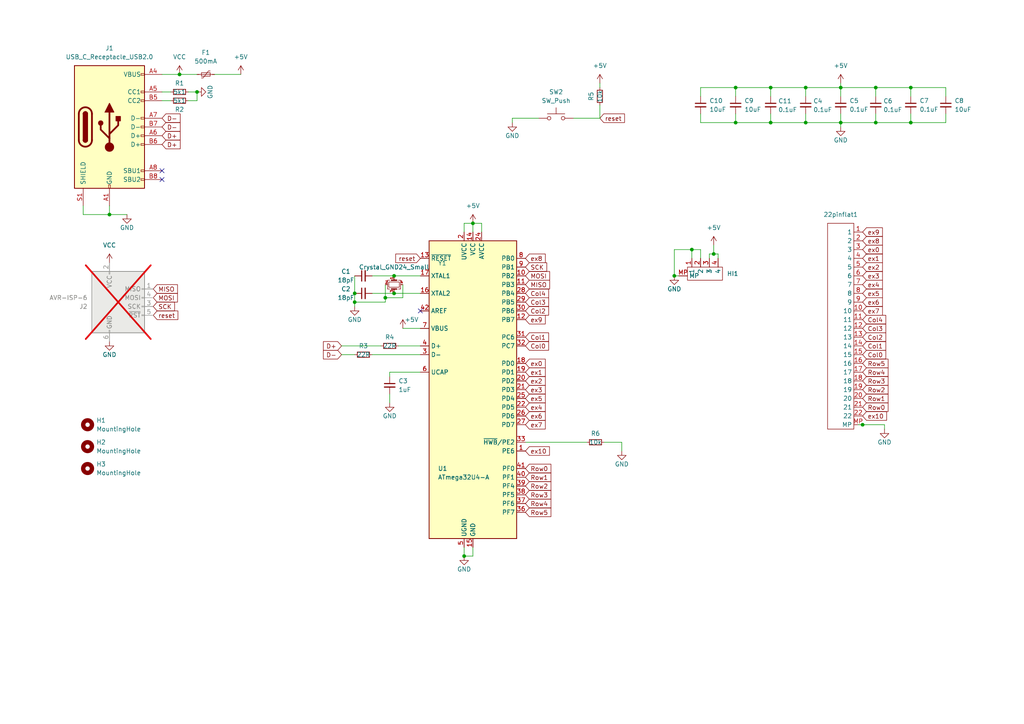
<source format=kicad_sch>
(kicad_sch (version 20230121) (generator eeschema)

  (uuid 55dd064c-5369-488a-9759-dec90fab3a1c)

  (paper "A4")

  (lib_symbols
    (symbol "Mechanical:MountingHole" (pin_names (offset 1.016)) (in_bom yes) (on_board yes)
      (property "Reference" "H" (at 0 5.08 0)
        (effects (font (size 1.27 1.27)))
      )
      (property "Value" "MountingHole" (at 0 3.175 0)
        (effects (font (size 1.27 1.27)))
      )
      (property "Footprint" "" (at 0 0 0)
        (effects (font (size 1.27 1.27)) hide)
      )
      (property "Datasheet" "~" (at 0 0 0)
        (effects (font (size 1.27 1.27)) hide)
      )
      (property "ki_keywords" "mounting hole" (at 0 0 0)
        (effects (font (size 1.27 1.27)) hide)
      )
      (property "ki_description" "Mounting Hole without connection" (at 0 0 0)
        (effects (font (size 1.27 1.27)) hide)
      )
      (property "ki_fp_filters" "MountingHole*" (at 0 0 0)
        (effects (font (size 1.27 1.27)) hide)
      )
      (symbol "MountingHole_0_1"
        (circle (center 0 0) (radius 1.27)
          (stroke (width 1.27) (type default))
          (fill (type none))
        )
      )
    )
    (symbol "daughterboard_footprints:22_pin_flat" (in_bom yes) (on_board yes)
      (property "Reference" "22pinflat" (at 10.16 -19.05 90)
        (effects (font (size 1.27 1.27)))
      )
      (property "Value" "" (at 0 0 0)
        (effects (font (size 1.27 1.27)))
      )
      (property "Footprint" "Connector_FFC-FPC:Hirose_FH12-22S-0.5SH_1x22-1MP_P0.50mm_Horizontal" (at 0 0 0)
        (effects (font (size 1.27 1.27)) hide)
      )
      (property "Datasheet" "" (at 0 0 0)
        (effects (font (size 1.27 1.27)) hide)
      )
      (symbol "22_pin_flat_0_1"
        (rectangle (start 3.81 8.89) (end 11.43 -50.8)
          (stroke (width 0) (type default))
          (fill (type none))
        )
      )
      (symbol "22_pin_flat_1_1"
        (pin input line (at 1.27 6.35 0) (length 2.54)
          (name "1" (effects (font (size 1.27 1.27))))
          (number "1" (effects (font (size 1.27 1.27))))
        )
        (pin input line (at 1.27 -16.51 0) (length 2.54)
          (name "10" (effects (font (size 1.27 1.27))))
          (number "10" (effects (font (size 1.27 1.27))))
        )
        (pin input line (at 1.27 -19.05 0) (length 2.54)
          (name "11" (effects (font (size 1.27 1.27))))
          (number "11" (effects (font (size 1.27 1.27))))
        )
        (pin input line (at 1.27 -21.59 0) (length 2.54)
          (name "12" (effects (font (size 1.27 1.27))))
          (number "12" (effects (font (size 1.27 1.27))))
        )
        (pin input line (at 1.27 -24.13 0) (length 2.54)
          (name "13" (effects (font (size 1.27 1.27))))
          (number "13" (effects (font (size 1.27 1.27))))
        )
        (pin input line (at 1.27 -26.67 0) (length 2.54)
          (name "14" (effects (font (size 1.27 1.27))))
          (number "14" (effects (font (size 1.27 1.27))))
        )
        (pin input line (at 1.27 -29.21 0) (length 2.54)
          (name "15" (effects (font (size 1.27 1.27))))
          (number "15" (effects (font (size 1.27 1.27))))
        )
        (pin input line (at 1.27 -31.75 0) (length 2.54)
          (name "16" (effects (font (size 1.27 1.27))))
          (number "16" (effects (font (size 1.27 1.27))))
        )
        (pin input line (at 1.27 -34.29 0) (length 2.54)
          (name "17" (effects (font (size 1.27 1.27))))
          (number "17" (effects (font (size 1.27 1.27))))
        )
        (pin input line (at 1.27 -36.83 0) (length 2.54)
          (name "18" (effects (font (size 1.27 1.27))))
          (number "18" (effects (font (size 1.27 1.27))))
        )
        (pin input line (at 1.27 -39.37 0) (length 2.54)
          (name "19" (effects (font (size 1.27 1.27))))
          (number "19" (effects (font (size 1.27 1.27))))
        )
        (pin input line (at 1.27 3.81 0) (length 2.54)
          (name "2" (effects (font (size 1.27 1.27))))
          (number "2" (effects (font (size 1.27 1.27))))
        )
        (pin input line (at 1.27 -41.91 0) (length 2.54)
          (name "20" (effects (font (size 1.27 1.27))))
          (number "20" (effects (font (size 1.27 1.27))))
        )
        (pin input line (at 1.27 -44.45 0) (length 2.54)
          (name "21" (effects (font (size 1.27 1.27))))
          (number "21" (effects (font (size 1.27 1.27))))
        )
        (pin input line (at 1.27 -46.99 0) (length 2.54)
          (name "22" (effects (font (size 1.27 1.27))))
          (number "22" (effects (font (size 1.27 1.27))))
        )
        (pin input line (at 1.27 1.27 0) (length 2.54)
          (name "3" (effects (font (size 1.27 1.27))))
          (number "3" (effects (font (size 1.27 1.27))))
        )
        (pin input line (at 1.27 -1.27 0) (length 2.54)
          (name "4" (effects (font (size 1.27 1.27))))
          (number "4" (effects (font (size 1.27 1.27))))
        )
        (pin input line (at 1.27 -3.81 0) (length 2.54)
          (name "5" (effects (font (size 1.27 1.27))))
          (number "5" (effects (font (size 1.27 1.27))))
        )
        (pin input line (at 1.27 -6.35 0) (length 2.54)
          (name "6" (effects (font (size 1.27 1.27))))
          (number "6" (effects (font (size 1.27 1.27))))
        )
        (pin input line (at 1.27 -8.89 0) (length 2.54)
          (name "7" (effects (font (size 1.27 1.27))))
          (number "7" (effects (font (size 1.27 1.27))))
        )
        (pin input line (at 1.27 -11.43 0) (length 2.54)
          (name "8" (effects (font (size 1.27 1.27))))
          (number "8" (effects (font (size 1.27 1.27))))
        )
        (pin input line (at 1.27 -13.97 0) (length 2.54)
          (name "9" (effects (font (size 1.27 1.27))))
          (number "9" (effects (font (size 1.27 1.27))))
        )
        (pin input line (at 1.27 -49.53 0) (length 2.54)
          (name "MP" (effects (font (size 1.27 1.27))))
          (number "MP" (effects (font (size 1.27 1.27))))
        )
      )
    )
    (symbol "daughterboard_footprints:ATmega32U4-A" (in_bom yes) (on_board yes)
      (property "Reference" "U" (at -12.7 44.45 0)
        (effects (font (size 1.27 1.27)) (justify left bottom))
      )
      (property "Value" "ATmega32U4-A" (at 2.54 -44.45 0)
        (effects (font (size 1.27 1.27)) (justify left top))
      )
      (property "Footprint" "Package_QFP:TQFP-44_10x10mm_P0.8mm" (at 0 0 0)
        (effects (font (size 1.27 1.27) italic) hide)
      )
      (property "Datasheet" "http://ww1.microchip.com/downloads/en/DeviceDoc/Atmel-7766-8-bit-AVR-ATmega16U4-32U4_Datasheet.pdf" (at 0 0 0)
        (effects (font (size 1.27 1.27)) hide)
      )
      (property "ki_keywords" "AVR 8bit Microcontroller MegaAVR USB" (at 0 0 0)
        (effects (font (size 1.27 1.27)) hide)
      )
      (property "ki_description" "16MHz, 32kB Flash, 2.5kB SRAM, 1kB EEPROM, USB 2.0, TQFP-44" (at 0 0 0)
        (effects (font (size 1.27 1.27)) hide)
      )
      (property "ki_fp_filters" "TQFP*10x10mm*P0.8mm*" (at 0 0 0)
        (effects (font (size 1.27 1.27)) hide)
      )
      (symbol "ATmega32U4-A_0_1"
        (rectangle (start -12.7 -43.18) (end 12.7 43.18)
          (stroke (width 0.254) (type default))
          (fill (type background))
        )
      )
      (symbol "ATmega32U4-A_1_1"
        (pin bidirectional line (at 15.24 -17.78 180) (length 2.54)
          (name "PE6" (effects (font (size 1.27 1.27))))
          (number "1" (effects (font (size 1.27 1.27))))
        )
        (pin bidirectional line (at 15.24 33.02 180) (length 2.54)
          (name "PB2" (effects (font (size 1.27 1.27))))
          (number "10" (effects (font (size 1.27 1.27))))
        )
        (pin bidirectional line (at 15.24 30.48 180) (length 2.54)
          (name "PB3" (effects (font (size 1.27 1.27))))
          (number "11" (effects (font (size 1.27 1.27))))
        )
        (pin bidirectional line (at 15.24 20.32 180) (length 2.54)
          (name "PB7" (effects (font (size 1.27 1.27))))
          (number "12" (effects (font (size 1.27 1.27))))
        )
        (pin input line (at -15.24 38.1 0) (length 2.54)
          (name "~{RESET}" (effects (font (size 1.27 1.27))))
          (number "13" (effects (font (size 1.27 1.27))))
        )
        (pin power_in line (at 0 45.72 270) (length 2.54)
          (name "VCC" (effects (font (size 1.27 1.27))))
          (number "14" (effects (font (size 1.27 1.27))))
        )
        (pin power_in line (at 0 -45.72 90) (length 2.54)
          (name "GND" (effects (font (size 1.27 1.27))))
          (number "15" (effects (font (size 1.27 1.27))))
        )
        (pin output line (at -15.24 27.94 0) (length 2.54)
          (name "XTAL2" (effects (font (size 1.27 1.27))))
          (number "16" (effects (font (size 1.27 1.27))))
        )
        (pin input line (at -15.24 33.02 0) (length 2.54)
          (name "XTAL1" (effects (font (size 1.27 1.27))))
          (number "17" (effects (font (size 1.27 1.27))))
        )
        (pin bidirectional line (at 15.24 7.62 180) (length 2.54)
          (name "PD0" (effects (font (size 1.27 1.27))))
          (number "18" (effects (font (size 1.27 1.27))))
        )
        (pin bidirectional line (at 15.24 5.08 180) (length 2.54)
          (name "PD1" (effects (font (size 1.27 1.27))))
          (number "19" (effects (font (size 1.27 1.27))))
        )
        (pin power_in line (at -2.54 45.72 270) (length 2.54)
          (name "UVCC" (effects (font (size 1.27 1.27))))
          (number "2" (effects (font (size 1.27 1.27))))
        )
        (pin bidirectional line (at 15.24 2.54 180) (length 2.54)
          (name "PD2" (effects (font (size 1.27 1.27))))
          (number "20" (effects (font (size 1.27 1.27))))
        )
        (pin bidirectional line (at 15.24 0 180) (length 2.54)
          (name "PD3" (effects (font (size 1.27 1.27))))
          (number "21" (effects (font (size 1.27 1.27))))
        )
        (pin bidirectional line (at 15.24 -5.08 180) (length 2.54)
          (name "PD5" (effects (font (size 1.27 1.27))))
          (number "22" (effects (font (size 1.27 1.27))))
        )
        (pin passive line (at 0 -45.72 90) (length 2.54) hide
          (name "GND" (effects (font (size 1.27 1.27))))
          (number "23" (effects (font (size 1.27 1.27))))
        )
        (pin power_in line (at 2.54 45.72 270) (length 2.54)
          (name "AVCC" (effects (font (size 1.27 1.27))))
          (number "24" (effects (font (size 1.27 1.27))))
        )
        (pin bidirectional line (at 15.24 -2.54 180) (length 2.54)
          (name "PD4" (effects (font (size 1.27 1.27))))
          (number "25" (effects (font (size 1.27 1.27))))
        )
        (pin bidirectional line (at 15.24 -7.62 180) (length 2.54)
          (name "PD6" (effects (font (size 1.27 1.27))))
          (number "26" (effects (font (size 1.27 1.27))))
        )
        (pin bidirectional line (at 15.24 -10.16 180) (length 2.54)
          (name "PD7" (effects (font (size 1.27 1.27))))
          (number "27" (effects (font (size 1.27 1.27))))
        )
        (pin bidirectional line (at 15.24 27.94 180) (length 2.54)
          (name "PB4" (effects (font (size 1.27 1.27))))
          (number "28" (effects (font (size 1.27 1.27))))
        )
        (pin bidirectional line (at 15.24 25.4 180) (length 2.54)
          (name "PB5" (effects (font (size 1.27 1.27))))
          (number "29" (effects (font (size 1.27 1.27))))
        )
        (pin bidirectional line (at -15.24 10.16 0) (length 2.54)
          (name "D-" (effects (font (size 1.27 1.27))))
          (number "3" (effects (font (size 1.27 1.27))))
        )
        (pin bidirectional line (at 15.24 22.86 180) (length 2.54)
          (name "PB6" (effects (font (size 1.27 1.27))))
          (number "30" (effects (font (size 1.27 1.27))))
        )
        (pin bidirectional line (at 15.24 15.24 180) (length 2.54)
          (name "PC6" (effects (font (size 1.27 1.27))))
          (number "31" (effects (font (size 1.27 1.27))))
        )
        (pin bidirectional line (at 15.24 12.7 180) (length 2.54)
          (name "PC7" (effects (font (size 1.27 1.27))))
          (number "32" (effects (font (size 1.27 1.27))))
        )
        (pin bidirectional line (at 15.24 -15.24 180) (length 2.54)
          (name "~{HWB}/PE2" (effects (font (size 1.27 1.27))))
          (number "33" (effects (font (size 1.27 1.27))))
        )
        (pin passive line (at 0 45.72 270) (length 2.54) hide
          (name "VCC" (effects (font (size 1.27 1.27))))
          (number "34" (effects (font (size 1.27 1.27))))
        )
        (pin passive line (at 0 -45.72 90) (length 2.54) hide
          (name "GND" (effects (font (size 1.27 1.27))))
          (number "35" (effects (font (size 1.27 1.27))))
        )
        (pin bidirectional line (at 15.24 -35.56 180) (length 2.54)
          (name "PF7" (effects (font (size 1.27 1.27))))
          (number "36" (effects (font (size 1.27 1.27))))
        )
        (pin bidirectional line (at 15.24 -33.02 180) (length 2.54)
          (name "PF6" (effects (font (size 1.27 1.27))))
          (number "37" (effects (font (size 1.27 1.27))))
        )
        (pin bidirectional line (at 15.24 -30.48 180) (length 2.54)
          (name "PF5" (effects (font (size 1.27 1.27))))
          (number "38" (effects (font (size 1.27 1.27))))
        )
        (pin bidirectional line (at 15.24 -27.94 180) (length 2.54)
          (name "PF4" (effects (font (size 1.27 1.27))))
          (number "39" (effects (font (size 1.27 1.27))))
        )
        (pin bidirectional line (at -15.24 12.7 0) (length 2.54)
          (name "D+" (effects (font (size 1.27 1.27))))
          (number "4" (effects (font (size 1.27 1.27))))
        )
        (pin bidirectional line (at 15.24 -25.4 180) (length 2.54)
          (name "PF1" (effects (font (size 1.27 1.27))))
          (number "40" (effects (font (size 1.27 1.27))))
        )
        (pin bidirectional line (at 15.24 -22.86 180) (length 2.54)
          (name "PF0" (effects (font (size 1.27 1.27))))
          (number "41" (effects (font (size 1.27 1.27))))
        )
        (pin passive line (at -15.24 22.86 0) (length 2.54)
          (name "AREF" (effects (font (size 1.27 1.27))))
          (number "42" (effects (font (size 1.27 1.27))))
        )
        (pin passive line (at 0 -45.72 90) (length 2.54) hide
          (name "GND" (effects (font (size 1.27 1.27))))
          (number "43" (effects (font (size 1.27 1.27))))
        )
        (pin passive line (at 2.54 45.72 270) (length 2.54) hide
          (name "AVCC" (effects (font (size 1.27 1.27))))
          (number "44" (effects (font (size 1.27 1.27))))
        )
        (pin passive line (at -2.54 -45.72 90) (length 2.54)
          (name "UGND" (effects (font (size 1.27 1.27))))
          (number "5" (effects (font (size 1.27 1.27))))
        )
        (pin passive line (at -15.24 5.08 0) (length 2.54)
          (name "UCAP" (effects (font (size 1.27 1.27))))
          (number "6" (effects (font (size 1.27 1.27))))
        )
        (pin input line (at -15.24 17.78 0) (length 2.54)
          (name "VBUS" (effects (font (size 1.27 1.27))))
          (number "7" (effects (font (size 1.27 1.27))))
        )
        (pin bidirectional line (at 15.24 38.1 180) (length 2.54)
          (name "PB0" (effects (font (size 1.27 1.27))))
          (number "8" (effects (font (size 1.27 1.27))))
        )
        (pin bidirectional line (at 15.24 35.56 180) (length 2.54)
          (name "PB1" (effects (font (size 1.27 1.27))))
          (number "9" (effects (font (size 1.27 1.27))))
        )
      )
    )
    (symbol "daughterboard_footprints:AVR-ISP-6" (pin_names (offset 1.016)) (in_bom yes) (on_board yes)
      (property "Reference" "J" (at -6.35 11.43 0)
        (effects (font (size 1.27 1.27)) (justify left))
      )
      (property "Value" "AVR-ISP-6" (at 0 11.43 0)
        (effects (font (size 1.27 1.27)) (justify left))
      )
      (property "Footprint" "" (at -6.35 1.27 90)
        (effects (font (size 1.27 1.27)) hide)
      )
      (property "Datasheet" " ~" (at -32.385 -13.97 0)
        (effects (font (size 1.27 1.27)) hide)
      )
      (property "ki_keywords" "AVR ISP Connector" (at 0 0 0)
        (effects (font (size 1.27 1.27)) hide)
      )
      (property "ki_description" "Atmel 6-pin ISP connector" (at 0 0 0)
        (effects (font (size 1.27 1.27)) hide)
      )
      (property "ki_fp_filters" "IDC?Header*2x03* Pin?Header*2x03*" (at 0 0 0)
        (effects (font (size 1.27 1.27)) hide)
      )
      (symbol "AVR-ISP-6_0_1"
        (rectangle (start -2.667 -6.858) (end -2.413 -7.62)
          (stroke (width 0) (type default))
          (fill (type none))
        )
        (rectangle (start -2.667 10.16) (end -2.413 9.398)
          (stroke (width 0) (type default))
          (fill (type none))
        )
        (rectangle (start 7.62 -2.413) (end 6.858 -2.667)
          (stroke (width 0) (type default))
          (fill (type none))
        )
        (rectangle (start 7.62 0.127) (end 6.858 -0.127)
          (stroke (width 0) (type default))
          (fill (type none))
        )
        (rectangle (start 7.62 2.667) (end 6.858 2.413)
          (stroke (width 0) (type default))
          (fill (type none))
        )
        (rectangle (start 7.62 5.207) (end 6.858 4.953)
          (stroke (width 0) (type default))
          (fill (type none))
        )
        (rectangle (start 7.62 10.16) (end -7.62 -7.62)
          (stroke (width 0.254) (type default))
          (fill (type background))
        )
      )
      (symbol "AVR-ISP-6_1_1"
        (pin passive line (at 10.16 5.08 180) (length 2.54)
          (name "MISO" (effects (font (size 1.27 1.27))))
          (number "1" (effects (font (size 1.27 1.27))))
        )
        (pin passive line (at -2.54 12.7 270) (length 2.54)
          (name "VCC" (effects (font (size 1.27 1.27))))
          (number "2" (effects (font (size 1.27 1.27))))
        )
        (pin passive line (at 10.16 0 180) (length 2.54)
          (name "SCK" (effects (font (size 1.27 1.27))))
          (number "3" (effects (font (size 1.27 1.27))))
        )
        (pin passive line (at 10.16 2.54 180) (length 2.54)
          (name "MOSI" (effects (font (size 1.27 1.27))))
          (number "4" (effects (font (size 1.27 1.27))))
        )
        (pin passive line (at 10.16 -2.54 180) (length 2.54)
          (name "~{RST}" (effects (font (size 1.27 1.27))))
          (number "5" (effects (font (size 1.27 1.27))))
        )
        (pin passive line (at -2.54 -10.16 90) (length 2.54)
          (name "GND" (effects (font (size 1.27 1.27))))
          (number "6" (effects (font (size 1.27 1.27))))
        )
      )
    )
    (symbol "daughterboard_footprints:C_Small" (pin_numbers hide) (pin_names (offset 0.254) hide) (in_bom yes) (on_board yes)
      (property "Reference" "C" (at 0.254 1.778 0)
        (effects (font (size 1.27 1.27)) (justify left))
      )
      (property "Value" "C_Small" (at 0.254 -2.032 0)
        (effects (font (size 1.27 1.27)) (justify left))
      )
      (property "Footprint" "" (at 0 0 0)
        (effects (font (size 1.27 1.27)) hide)
      )
      (property "Datasheet" "~" (at 0 0 0)
        (effects (font (size 1.27 1.27)) hide)
      )
      (property "ki_keywords" "capacitor cap" (at 0 0 0)
        (effects (font (size 1.27 1.27)) hide)
      )
      (property "ki_description" "Unpolarized capacitor, small symbol" (at 0 0 0)
        (effects (font (size 1.27 1.27)) hide)
      )
      (property "ki_fp_filters" "C_*" (at 0 0 0)
        (effects (font (size 1.27 1.27)) hide)
      )
      (symbol "C_Small_0_1"
        (polyline
          (pts
            (xy -1.524 -0.508)
            (xy 1.524 -0.508)
          )
          (stroke (width 0.3302) (type default))
          (fill (type none))
        )
        (polyline
          (pts
            (xy -1.524 0.508)
            (xy 1.524 0.508)
          )
          (stroke (width 0.3048) (type default))
          (fill (type none))
        )
      )
      (symbol "C_Small_1_1"
        (pin passive line (at 0 2.54 270) (length 2.032)
          (name "~" (effects (font (size 1.27 1.27))))
          (number "1" (effects (font (size 1.27 1.27))))
        )
        (pin passive line (at 0 -2.54 90) (length 2.032)
          (name "~" (effects (font (size 1.27 1.27))))
          (number "2" (effects (font (size 1.27 1.27))))
        )
      )
    )
    (symbol "daughterboard_footprints:Crystal_GND24_Small" (pin_names (offset 1.016) hide) (in_bom yes) (on_board yes)
      (property "Reference" "Y" (at 1.27 4.445 0)
        (effects (font (size 1.27 1.27)) (justify left))
      )
      (property "Value" "Crystal_GND24_Small" (at 1.27 2.54 0)
        (effects (font (size 1.27 1.27)) (justify left))
      )
      (property "Footprint" "" (at 0 0 0)
        (effects (font (size 1.27 1.27)) hide)
      )
      (property "Datasheet" "~" (at 0 0 0)
        (effects (font (size 1.27 1.27)) hide)
      )
      (property "ki_keywords" "quartz ceramic resonator oscillator" (at 0 0 0)
        (effects (font (size 1.27 1.27)) hide)
      )
      (property "ki_description" "Four pin crystal, GND on pins 2 and 4, small symbol" (at 0 0 0)
        (effects (font (size 1.27 1.27)) hide)
      )
      (property "ki_fp_filters" "Crystal*" (at 0 0 0)
        (effects (font (size 1.27 1.27)) hide)
      )
      (symbol "Crystal_GND24_Small_0_1"
        (rectangle (start -0.762 -1.524) (end 0.762 1.524)
          (stroke (width 0) (type default))
          (fill (type none))
        )
        (polyline
          (pts
            (xy -1.27 -0.762)
            (xy -1.27 0.762)
          )
          (stroke (width 0.381) (type default))
          (fill (type none))
        )
        (polyline
          (pts
            (xy 1.27 -0.762)
            (xy 1.27 0.762)
          )
          (stroke (width 0.381) (type default))
          (fill (type none))
        )
        (polyline
          (pts
            (xy -1.27 -1.27)
            (xy -1.27 -1.905)
            (xy 1.27 -1.905)
            (xy 1.27 -1.27)
          )
          (stroke (width 0) (type default))
          (fill (type none))
        )
        (polyline
          (pts
            (xy -1.27 1.27)
            (xy -1.27 1.905)
            (xy 1.27 1.905)
            (xy 1.27 1.27)
          )
          (stroke (width 0) (type default))
          (fill (type none))
        )
      )
      (symbol "Crystal_GND24_Small_1_1"
        (pin passive line (at -2.54 0 0) (length 1.27)
          (name "1" (effects (font (size 1.27 1.27))))
          (number "1" (effects (font (size 0.762 0.762))))
        )
        (pin passive line (at 0 -2.54 90) (length 0.635)
          (name "2" (effects (font (size 1.27 1.27))))
          (number "2" (effects (font (size 0.762 0.762))))
        )
        (pin passive line (at 2.54 0 180) (length 1.27)
          (name "3" (effects (font (size 1.27 1.27))))
          (number "3" (effects (font (size 0.762 0.762))))
        )
        (pin passive line (at 0 2.54 270) (length 0.635)
          (name "4" (effects (font (size 1.27 1.27))))
          (number "4" (effects (font (size 0.762 0.762))))
        )
      )
    )
    (symbol "daughterboard_footprints:Hirose_DF52-4S-0.8H_1x04-1MP_P0.80mm_Horizontal" (in_bom yes) (on_board yes)
      (property "Reference" "HI" (at -1.27 -1.27 0)
        (effects (font (size 1.27 1.27)))
      )
      (property "Value" "" (at 0 0 0)
        (effects (font (size 1.27 1.27)))
      )
      (property "Footprint" "" (at 0 0 0)
        (effects (font (size 1.27 1.27)) hide)
      )
      (property "Datasheet" "" (at 0 0 0)
        (effects (font (size 1.27 1.27)) hide)
      )
      (symbol "Hirose_DF52-4S-0.8H_1x04-1MP_P0.80mm_Horizontal_0_1"
        (rectangle (start -6.35 1.27) (end 3.81 -2.54)
          (stroke (width 0) (type default))
          (fill (type none))
        )
      )
      (symbol "Hirose_DF52-4S-0.8H_1x04-1MP_P0.80mm_Horizontal_1_1"
        (pin input line (at -5.08 3.81 270) (length 2.54)
          (name "1" (effects (font (size 1.27 1.27))))
          (number "1" (effects (font (size 1.27 1.27))))
        )
        (pin input line (at -2.54 3.81 270) (length 2.54)
          (name "2" (effects (font (size 1.27 1.27))))
          (number "2" (effects (font (size 1.27 1.27))))
        )
        (pin input line (at 0 3.81 270) (length 2.54)
          (name "3" (effects (font (size 1.27 1.27))))
          (number "3" (effects (font (size 1.27 1.27))))
        )
        (pin input line (at 2.54 3.81 270) (length 2.54)
          (name "4" (effects (font (size 1.27 1.27))))
          (number "4" (effects (font (size 1.27 1.27))))
        )
        (pin input line (at -8.89 -1.27 0) (length 2.54)
          (name "MP" (effects (font (size 1.27 1.27))))
          (number "MP" (effects (font (size 1.27 1.27))))
        )
      )
    )
    (symbol "daughterboard_footprints:Polyfuse_Small" (pin_numbers hide) (pin_names (offset 0)) (in_bom yes) (on_board yes)
      (property "Reference" "F" (at -1.905 0 90)
        (effects (font (size 1.27 1.27)))
      )
      (property "Value" "Polyfuse_Small" (at 1.905 0 90)
        (effects (font (size 1.27 1.27)))
      )
      (property "Footprint" "" (at 1.27 -5.08 0)
        (effects (font (size 1.27 1.27)) (justify left) hide)
      )
      (property "Datasheet" "~" (at 0 0 0)
        (effects (font (size 1.27 1.27)) hide)
      )
      (property "ki_keywords" "resettable fuse PTC PPTC polyfuse polyswitch" (at 0 0 0)
        (effects (font (size 1.27 1.27)) hide)
      )
      (property "ki_description" "Resettable fuse, polymeric positive temperature coefficient, small symbol" (at 0 0 0)
        (effects (font (size 1.27 1.27)) hide)
      )
      (property "ki_fp_filters" "*polyfuse* *PTC*" (at 0 0 0)
        (effects (font (size 1.27 1.27)) hide)
      )
      (symbol "Polyfuse_Small_0_1"
        (rectangle (start -0.508 1.27) (end 0.508 -1.27)
          (stroke (width 0) (type default))
          (fill (type none))
        )
        (polyline
          (pts
            (xy 0 2.54)
            (xy 0 -2.54)
          )
          (stroke (width 0) (type default))
          (fill (type none))
        )
        (polyline
          (pts
            (xy -1.016 1.27)
            (xy -1.016 0.762)
            (xy 1.016 -0.762)
            (xy 1.016 -1.27)
          )
          (stroke (width 0) (type default))
          (fill (type none))
        )
      )
      (symbol "Polyfuse_Small_1_1"
        (pin passive line (at 0 2.54 270) (length 0.635)
          (name "~" (effects (font (size 1.27 1.27))))
          (number "1" (effects (font (size 1.27 1.27))))
        )
        (pin passive line (at 0 -2.54 90) (length 0.635)
          (name "~" (effects (font (size 1.27 1.27))))
          (number "2" (effects (font (size 1.27 1.27))))
        )
      )
    )
    (symbol "daughterboard_footprints:R_Small" (pin_numbers hide) (pin_names (offset 0.254) hide) (in_bom yes) (on_board yes)
      (property "Reference" "R" (at 0.762 0.508 0)
        (effects (font (size 1.27 1.27)) (justify left))
      )
      (property "Value" "R_Small" (at 0.762 -1.016 0)
        (effects (font (size 1.27 1.27)) (justify left))
      )
      (property "Footprint" "" (at 0 0 0)
        (effects (font (size 1.27 1.27)) hide)
      )
      (property "Datasheet" "~" (at 0 0 0)
        (effects (font (size 1.27 1.27)) hide)
      )
      (property "ki_keywords" "R resistor" (at 0 0 0)
        (effects (font (size 1.27 1.27)) hide)
      )
      (property "ki_description" "Resistor, small symbol" (at 0 0 0)
        (effects (font (size 1.27 1.27)) hide)
      )
      (property "ki_fp_filters" "R_*" (at 0 0 0)
        (effects (font (size 1.27 1.27)) hide)
      )
      (symbol "R_Small_0_1"
        (rectangle (start -0.762 1.778) (end 0.762 -1.778)
          (stroke (width 0.2032) (type default))
          (fill (type none))
        )
      )
      (symbol "R_Small_1_1"
        (pin passive line (at 0 2.54 270) (length 0.762)
          (name "~" (effects (font (size 1.27 1.27))))
          (number "1" (effects (font (size 1.27 1.27))))
        )
        (pin passive line (at 0 -2.54 90) (length 0.762)
          (name "~" (effects (font (size 1.27 1.27))))
          (number "2" (effects (font (size 1.27 1.27))))
        )
      )
    )
    (symbol "daughterboard_footprints:SW_Push" (pin_numbers hide) (pin_names (offset 1.016) hide) (in_bom yes) (on_board yes)
      (property "Reference" "SW" (at 1.27 2.54 0)
        (effects (font (size 1.27 1.27)) (justify left))
      )
      (property "Value" "SW_Push" (at 0 -1.524 0)
        (effects (font (size 1.27 1.27)))
      )
      (property "Footprint" "" (at 0 5.08 0)
        (effects (font (size 1.27 1.27)) hide)
      )
      (property "Datasheet" "~" (at 0 5.08 0)
        (effects (font (size 1.27 1.27)) hide)
      )
      (property "ki_keywords" "switch normally-open pushbutton push-button" (at 0 0 0)
        (effects (font (size 1.27 1.27)) hide)
      )
      (property "ki_description" "Push button switch, generic, two pins" (at 0 0 0)
        (effects (font (size 1.27 1.27)) hide)
      )
      (symbol "SW_Push_0_1"
        (circle (center -2.032 0) (radius 0.508)
          (stroke (width 0) (type default))
          (fill (type none))
        )
        (polyline
          (pts
            (xy 0 1.27)
            (xy 0 3.048)
          )
          (stroke (width 0) (type default))
          (fill (type none))
        )
        (polyline
          (pts
            (xy 2.54 1.27)
            (xy -2.54 1.27)
          )
          (stroke (width 0) (type default))
          (fill (type none))
        )
        (circle (center 2.032 0) (radius 0.508)
          (stroke (width 0) (type default))
          (fill (type none))
        )
        (pin passive line (at -5.08 0 0) (length 2.54)
          (name "1" (effects (font (size 1.27 1.27))))
          (number "1" (effects (font (size 1.27 1.27))))
        )
        (pin passive line (at 5.08 0 180) (length 2.54)
          (name "2" (effects (font (size 1.27 1.27))))
          (number "2" (effects (font (size 1.27 1.27))))
        )
      )
    )
    (symbol "daughterboard_footprints:USB_C_Receptacle_USB2.0" (pin_names (offset 1.016)) (in_bom yes) (on_board yes)
      (property "Reference" "J" (at -10.16 19.05 0)
        (effects (font (size 1.27 1.27)) (justify left))
      )
      (property "Value" "USB_C_Receptacle_USB2.0" (at 19.05 19.05 0)
        (effects (font (size 1.27 1.27)) (justify right))
      )
      (property "Footprint" "" (at 3.81 0 0)
        (effects (font (size 1.27 1.27)) hide)
      )
      (property "Datasheet" "https://www.usb.org/sites/default/files/documents/usb_type-c.zip" (at 3.81 0 0)
        (effects (font (size 1.27 1.27)) hide)
      )
      (property "ki_keywords" "usb universal serial bus type-C USB2.0" (at 0 0 0)
        (effects (font (size 1.27 1.27)) hide)
      )
      (property "ki_description" "USB 2.0-only Type-C Receptacle connector" (at 0 0 0)
        (effects (font (size 1.27 1.27)) hide)
      )
      (property "ki_fp_filters" "USB*C*Receptacle*" (at 0 0 0)
        (effects (font (size 1.27 1.27)) hide)
      )
      (symbol "USB_C_Receptacle_USB2.0_0_0"
        (rectangle (start -0.254 -17.78) (end 0.254 -16.764)
          (stroke (width 0) (type default))
          (fill (type none))
        )
        (rectangle (start 10.16 -14.986) (end 9.144 -15.494)
          (stroke (width 0) (type default))
          (fill (type none))
        )
        (rectangle (start 10.16 -12.446) (end 9.144 -12.954)
          (stroke (width 0) (type default))
          (fill (type none))
        )
        (rectangle (start 10.16 -4.826) (end 9.144 -5.334)
          (stroke (width 0) (type default))
          (fill (type none))
        )
        (rectangle (start 10.16 -2.286) (end 9.144 -2.794)
          (stroke (width 0) (type default))
          (fill (type none))
        )
        (rectangle (start 10.16 0.254) (end 9.144 -0.254)
          (stroke (width 0) (type default))
          (fill (type none))
        )
        (rectangle (start 10.16 2.794) (end 9.144 2.286)
          (stroke (width 0) (type default))
          (fill (type none))
        )
        (rectangle (start 10.16 7.874) (end 9.144 7.366)
          (stroke (width 0) (type default))
          (fill (type none))
        )
        (rectangle (start 10.16 10.414) (end 9.144 9.906)
          (stroke (width 0) (type default))
          (fill (type none))
        )
        (rectangle (start 10.16 15.494) (end 9.144 14.986)
          (stroke (width 0) (type default))
          (fill (type none))
        )
      )
      (symbol "USB_C_Receptacle_USB2.0_0_1"
        (rectangle (start -10.16 17.78) (end 10.16 -17.78)
          (stroke (width 0.254) (type default))
          (fill (type background))
        )
        (arc (start -8.89 -3.81) (mid -6.985 -5.7067) (end -5.08 -3.81)
          (stroke (width 0.508) (type default))
          (fill (type none))
        )
        (arc (start -7.62 -3.81) (mid -6.985 -4.4423) (end -6.35 -3.81)
          (stroke (width 0.254) (type default))
          (fill (type none))
        )
        (arc (start -7.62 -3.81) (mid -6.985 -4.4423) (end -6.35 -3.81)
          (stroke (width 0.254) (type default))
          (fill (type outline))
        )
        (rectangle (start -7.62 -3.81) (end -6.35 3.81)
          (stroke (width 0.254) (type default))
          (fill (type outline))
        )
        (arc (start -6.35 3.81) (mid -6.985 4.4423) (end -7.62 3.81)
          (stroke (width 0.254) (type default))
          (fill (type none))
        )
        (arc (start -6.35 3.81) (mid -6.985 4.4423) (end -7.62 3.81)
          (stroke (width 0.254) (type default))
          (fill (type outline))
        )
        (arc (start -5.08 3.81) (mid -6.985 5.7067) (end -8.89 3.81)
          (stroke (width 0.508) (type default))
          (fill (type none))
        )
        (circle (center -2.54 1.143) (radius 0.635)
          (stroke (width 0.254) (type default))
          (fill (type outline))
        )
        (circle (center 0 -5.842) (radius 1.27)
          (stroke (width 0) (type default))
          (fill (type outline))
        )
        (polyline
          (pts
            (xy -8.89 -3.81)
            (xy -8.89 3.81)
          )
          (stroke (width 0.508) (type default))
          (fill (type none))
        )
        (polyline
          (pts
            (xy -5.08 3.81)
            (xy -5.08 -3.81)
          )
          (stroke (width 0.508) (type default))
          (fill (type none))
        )
        (polyline
          (pts
            (xy 0 -5.842)
            (xy 0 4.318)
          )
          (stroke (width 0.508) (type default))
          (fill (type none))
        )
        (polyline
          (pts
            (xy 0 -3.302)
            (xy -2.54 -0.762)
            (xy -2.54 0.508)
          )
          (stroke (width 0.508) (type default))
          (fill (type none))
        )
        (polyline
          (pts
            (xy 0 -2.032)
            (xy 2.54 0.508)
            (xy 2.54 1.778)
          )
          (stroke (width 0.508) (type default))
          (fill (type none))
        )
        (polyline
          (pts
            (xy -1.27 4.318)
            (xy 0 6.858)
            (xy 1.27 4.318)
            (xy -1.27 4.318)
          )
          (stroke (width 0.254) (type default))
          (fill (type outline))
        )
        (rectangle (start 1.905 1.778) (end 3.175 3.048)
          (stroke (width 0.254) (type default))
          (fill (type outline))
        )
      )
      (symbol "USB_C_Receptacle_USB2.0_1_1"
        (pin passive line (at 0 -22.86 90) (length 5.08)
          (name "GND" (effects (font (size 1.27 1.27))))
          (number "A1" (effects (font (size 1.27 1.27))))
        )
        (pin passive line (at 0 -22.86 90) (length 5.08) hide
          (name "GND" (effects (font (size 1.27 1.27))))
          (number "A12" (effects (font (size 1.27 1.27))))
        )
        (pin passive line (at 15.24 15.24 180) (length 5.08)
          (name "VBUS" (effects (font (size 1.27 1.27))))
          (number "A4" (effects (font (size 1.27 1.27))))
        )
        (pin bidirectional line (at 15.24 10.16 180) (length 5.08)
          (name "CC1" (effects (font (size 1.27 1.27))))
          (number "A5" (effects (font (size 1.27 1.27))))
        )
        (pin bidirectional line (at 15.24 -2.54 180) (length 5.08)
          (name "D+" (effects (font (size 1.27 1.27))))
          (number "A6" (effects (font (size 1.27 1.27))))
        )
        (pin bidirectional line (at 15.24 2.54 180) (length 5.08)
          (name "D-" (effects (font (size 1.27 1.27))))
          (number "A7" (effects (font (size 1.27 1.27))))
        )
        (pin bidirectional line (at 15.24 -12.7 180) (length 5.08)
          (name "SBU1" (effects (font (size 1.27 1.27))))
          (number "A8" (effects (font (size 1.27 1.27))))
        )
        (pin passive line (at 15.24 15.24 180) (length 5.08) hide
          (name "VBUS" (effects (font (size 1.27 1.27))))
          (number "A9" (effects (font (size 1.27 1.27))))
        )
        (pin passive line (at 0 -22.86 90) (length 5.08) hide
          (name "GND" (effects (font (size 1.27 1.27))))
          (number "B1" (effects (font (size 1.27 1.27))))
        )
        (pin passive line (at 0 -22.86 90) (length 5.08) hide
          (name "GND" (effects (font (size 1.27 1.27))))
          (number "B12" (effects (font (size 1.27 1.27))))
        )
        (pin passive line (at 15.24 15.24 180) (length 5.08) hide
          (name "VBUS" (effects (font (size 1.27 1.27))))
          (number "B4" (effects (font (size 1.27 1.27))))
        )
        (pin bidirectional line (at 15.24 7.62 180) (length 5.08)
          (name "CC2" (effects (font (size 1.27 1.27))))
          (number "B5" (effects (font (size 1.27 1.27))))
        )
        (pin bidirectional line (at 15.24 -5.08 180) (length 5.08)
          (name "D+" (effects (font (size 1.27 1.27))))
          (number "B6" (effects (font (size 1.27 1.27))))
        )
        (pin bidirectional line (at 15.24 0 180) (length 5.08)
          (name "D-" (effects (font (size 1.27 1.27))))
          (number "B7" (effects (font (size 1.27 1.27))))
        )
        (pin bidirectional line (at 15.24 -15.24 180) (length 5.08)
          (name "SBU2" (effects (font (size 1.27 1.27))))
          (number "B8" (effects (font (size 1.27 1.27))))
        )
        (pin passive line (at 15.24 15.24 180) (length 5.08) hide
          (name "VBUS" (effects (font (size 1.27 1.27))))
          (number "B9" (effects (font (size 1.27 1.27))))
        )
        (pin passive line (at -7.62 -22.86 90) (length 5.08)
          (name "SHIELD" (effects (font (size 1.27 1.27))))
          (number "S1" (effects (font (size 1.27 1.27))))
        )
      )
    )
    (symbol "power:+5V" (power) (pin_names (offset 0)) (in_bom yes) (on_board yes)
      (property "Reference" "#PWR" (at 0 -3.81 0)
        (effects (font (size 1.27 1.27)) hide)
      )
      (property "Value" "+5V" (at 0 3.556 0)
        (effects (font (size 1.27 1.27)))
      )
      (property "Footprint" "" (at 0 0 0)
        (effects (font (size 1.27 1.27)) hide)
      )
      (property "Datasheet" "" (at 0 0 0)
        (effects (font (size 1.27 1.27)) hide)
      )
      (property "ki_keywords" "global power" (at 0 0 0)
        (effects (font (size 1.27 1.27)) hide)
      )
      (property "ki_description" "Power symbol creates a global label with name \"+5V\"" (at 0 0 0)
        (effects (font (size 1.27 1.27)) hide)
      )
      (symbol "+5V_0_1"
        (polyline
          (pts
            (xy -0.762 1.27)
            (xy 0 2.54)
          )
          (stroke (width 0) (type default))
          (fill (type none))
        )
        (polyline
          (pts
            (xy 0 0)
            (xy 0 2.54)
          )
          (stroke (width 0) (type default))
          (fill (type none))
        )
        (polyline
          (pts
            (xy 0 2.54)
            (xy 0.762 1.27)
          )
          (stroke (width 0) (type default))
          (fill (type none))
        )
      )
      (symbol "+5V_1_1"
        (pin power_in line (at 0 0 90) (length 0) hide
          (name "+5V" (effects (font (size 1.27 1.27))))
          (number "1" (effects (font (size 1.27 1.27))))
        )
      )
    )
    (symbol "power:GND" (power) (pin_names (offset 0)) (in_bom yes) (on_board yes)
      (property "Reference" "#PWR" (at 0 -6.35 0)
        (effects (font (size 1.27 1.27)) hide)
      )
      (property "Value" "GND" (at 0 -3.81 0)
        (effects (font (size 1.27 1.27)))
      )
      (property "Footprint" "" (at 0 0 0)
        (effects (font (size 1.27 1.27)) hide)
      )
      (property "Datasheet" "" (at 0 0 0)
        (effects (font (size 1.27 1.27)) hide)
      )
      (property "ki_keywords" "global power" (at 0 0 0)
        (effects (font (size 1.27 1.27)) hide)
      )
      (property "ki_description" "Power symbol creates a global label with name \"GND\" , ground" (at 0 0 0)
        (effects (font (size 1.27 1.27)) hide)
      )
      (symbol "GND_0_1"
        (polyline
          (pts
            (xy 0 0)
            (xy 0 -1.27)
            (xy 1.27 -1.27)
            (xy 0 -2.54)
            (xy -1.27 -1.27)
            (xy 0 -1.27)
          )
          (stroke (width 0) (type default))
          (fill (type none))
        )
      )
      (symbol "GND_1_1"
        (pin power_in line (at 0 0 270) (length 0) hide
          (name "GND" (effects (font (size 1.27 1.27))))
          (number "1" (effects (font (size 1.27 1.27))))
        )
      )
    )
    (symbol "power:VCC" (power) (pin_names (offset 0)) (in_bom yes) (on_board yes)
      (property "Reference" "#PWR" (at 0 -3.81 0)
        (effects (font (size 1.27 1.27)) hide)
      )
      (property "Value" "VCC" (at 0 3.81 0)
        (effects (font (size 1.27 1.27)))
      )
      (property "Footprint" "" (at 0 0 0)
        (effects (font (size 1.27 1.27)) hide)
      )
      (property "Datasheet" "" (at 0 0 0)
        (effects (font (size 1.27 1.27)) hide)
      )
      (property "ki_keywords" "global power" (at 0 0 0)
        (effects (font (size 1.27 1.27)) hide)
      )
      (property "ki_description" "Power symbol creates a global label with name \"VCC\"" (at 0 0 0)
        (effects (font (size 1.27 1.27)) hide)
      )
      (symbol "VCC_0_1"
        (polyline
          (pts
            (xy -0.762 1.27)
            (xy 0 2.54)
          )
          (stroke (width 0) (type default))
          (fill (type none))
        )
        (polyline
          (pts
            (xy 0 0)
            (xy 0 2.54)
          )
          (stroke (width 0) (type default))
          (fill (type none))
        )
        (polyline
          (pts
            (xy 0 2.54)
            (xy 0.762 1.27)
          )
          (stroke (width 0) (type default))
          (fill (type none))
        )
      )
      (symbol "VCC_1_1"
        (pin power_in line (at 0 0 90) (length 0) hide
          (name "VCC" (effects (font (size 1.27 1.27))))
          (number "1" (effects (font (size 1.27 1.27))))
        )
      )
    )
  )

  (junction (at 195.58 80.01) (diameter 0) (color 0 0 0 0)
    (uuid 04528115-6ca2-472b-9c83-624ce821022f)
  )
  (junction (at 52.07 21.59) (diameter 0) (color 0 0 0 0)
    (uuid 11178961-8d8b-4152-ad59-f155d9bad55d)
  )
  (junction (at 243.84 35.56) (diameter 0) (color 0 0 0 0)
    (uuid 1bab46b6-4c50-4cba-a108-7c6e321069cd)
  )
  (junction (at 137.16 64.77) (diameter 0) (color 0 0 0 0)
    (uuid 21dc0bd4-517e-4cfd-8afd-9a4dc724aa3b)
  )
  (junction (at 31.75 62.23) (diameter 0) (color 0 0 0 0)
    (uuid 2c010148-9088-47c4-a664-2b47c1c5c7cf)
  )
  (junction (at 213.36 25.4) (diameter 0) (color 0 0 0 0)
    (uuid 32562271-9a02-403f-a3ac-a98b8bf39575)
  )
  (junction (at 57.15 26.67) (diameter 0) (color 0 0 0 0)
    (uuid 348403cf-eda0-4e14-ae6f-cc8b78ff3553)
  )
  (junction (at 233.68 25.4) (diameter 0) (color 0 0 0 0)
    (uuid 440ce126-e54a-4152-8cc1-ca7f2f8e033f)
  )
  (junction (at 223.52 35.56) (diameter 0) (color 0 0 0 0)
    (uuid 447bd609-a339-4ca2-89b1-ba0782bd9a5a)
  )
  (junction (at 233.68 35.56) (diameter 0) (color 0 0 0 0)
    (uuid 5f8786c8-5bf3-46a5-a24f-ead71561835f)
  )
  (junction (at 134.62 161.29) (diameter 0) (color 0 0 0 0)
    (uuid 6884de94-66ba-4855-8cb7-f408d1bafb1f)
  )
  (junction (at 243.84 25.4) (diameter 0) (color 0 0 0 0)
    (uuid 6dc59d9a-dad8-497c-930c-5db4faf38d82)
  )
  (junction (at 254 25.4) (diameter 0) (color 0 0 0 0)
    (uuid 79062b4f-6937-4d09-a810-4756fb1b5d6c)
  )
  (junction (at 264.16 25.4) (diameter 0) (color 0 0 0 0)
    (uuid 8984c2d3-e963-4dcc-8ac4-cf240d305b5c)
  )
  (junction (at 200.66 72.39) (diameter 0) (color 0 0 0 0)
    (uuid 8a5e44e2-9e31-4fc5-bfe0-815588c947bc)
  )
  (junction (at 102.87 87.63) (diameter 0) (color 0 0 0 0)
    (uuid 9380b139-9a59-4c71-953c-ae1f84e20d51)
  )
  (junction (at 114.3 80.01) (diameter 0) (color 0 0 0 0)
    (uuid 97e14096-e0ca-422c-9617-08dc84693c80)
  )
  (junction (at 250.19 123.19) (diameter 0) (color 0 0 0 0)
    (uuid 9b6de056-5901-4b48-b3de-14aa78abdba9)
  )
  (junction (at 114.3 85.09) (diameter 0) (color 0 0 0 0)
    (uuid 9d9bf83c-f227-4465-9785-797297865268)
  )
  (junction (at 264.16 35.56) (diameter 0) (color 0 0 0 0)
    (uuid 9eee5e1b-05d2-4820-b998-c36b9cf7bcc3)
  )
  (junction (at 207.01 73.66) (diameter 0) (color 0 0 0 0)
    (uuid a15b4b6a-e750-45c2-a22a-47ef295d894c)
  )
  (junction (at 223.52 25.4) (diameter 0) (color 0 0 0 0)
    (uuid ac509d53-7c95-47f5-96cb-9335c32dc6b7)
  )
  (junction (at 102.87 85.09) (diameter 0) (color 0 0 0 0)
    (uuid ad5a2be7-03c2-4187-8336-6f159b1dc92d)
  )
  (junction (at 111.76 86.36) (diameter 0) (color 0 0 0 0)
    (uuid b296f8ad-575f-475f-ae06-d5a64ddfba94)
  )
  (junction (at 213.36 35.56) (diameter 0) (color 0 0 0 0)
    (uuid b2dfc984-2126-41a4-bdb6-80bbd005a7a5)
  )
  (junction (at 254 35.56) (diameter 0) (color 0 0 0 0)
    (uuid cc1aecac-a126-4b0f-95e0-5ff5bf5bb517)
  )

  (no_connect (at 46.99 52.07) (uuid 076526a1-d5d4-49ae-b4fa-20d5596418b0))
  (no_connect (at 121.92 90.17) (uuid 0bae3f6e-6399-4248-af4b-ce029cf61403))
  (no_connect (at 46.99 49.53) (uuid b9e96119-2118-4b6c-8511-520880da8b49))

  (wire (pts (xy 213.36 25.4) (xy 213.36 27.94))
    (stroke (width 0) (type default))
    (uuid 00912064-c5d6-4ad5-b2ea-3944566ad6e2)
  )
  (wire (pts (xy 195.58 72.39) (xy 195.58 80.01))
    (stroke (width 0) (type default))
    (uuid 00f66aca-f9fa-4cb5-beb2-057d95d5e7d6)
  )
  (wire (pts (xy 173.99 30.48) (xy 173.99 34.29))
    (stroke (width 0) (type default))
    (uuid 09a32ce3-6d5f-4158-b154-8509ba0750c0)
  )
  (wire (pts (xy 203.2 35.56) (xy 213.36 35.56))
    (stroke (width 0) (type default))
    (uuid 0a68484a-6d1d-4bd5-a317-525d0226e476)
  )
  (wire (pts (xy 205.74 74.93) (xy 205.74 73.66))
    (stroke (width 0) (type default))
    (uuid 0b6462a1-0c41-4d2e-87b6-ab1bca2944a0)
  )
  (wire (pts (xy 254 33.02) (xy 254 35.56))
    (stroke (width 0) (type default))
    (uuid 0df384cc-4609-487a-ba9a-d22268ca8a33)
  )
  (wire (pts (xy 102.87 85.09) (xy 102.87 87.63))
    (stroke (width 0) (type default))
    (uuid 0f9cdf4f-3764-419d-9101-25860e1aadaf)
  )
  (wire (pts (xy 111.76 82.55) (xy 111.76 86.36))
    (stroke (width 0) (type default))
    (uuid 1246c26c-899e-4d4e-b599-bcb545b54a80)
  )
  (wire (pts (xy 274.32 33.02) (xy 274.32 35.56))
    (stroke (width 0) (type default))
    (uuid 15d9c521-0e6a-4cde-86d6-38b43e9096b5)
  )
  (wire (pts (xy 264.16 33.02) (xy 264.16 35.56))
    (stroke (width 0) (type default))
    (uuid 17d4a078-5169-4931-838a-35b226dcbd15)
  )
  (wire (pts (xy 213.36 35.56) (xy 223.52 35.56))
    (stroke (width 0) (type default))
    (uuid 217e0cbf-095f-413e-97a5-2817af2fb72a)
  )
  (wire (pts (xy 113.03 107.95) (xy 113.03 109.22))
    (stroke (width 0) (type default))
    (uuid 2269c319-0745-41a7-9337-fc691d0b518a)
  )
  (wire (pts (xy 113.03 114.3) (xy 113.03 116.84))
    (stroke (width 0) (type default))
    (uuid 2588cc2c-263a-4c9c-bec1-31599bd1ac7c)
  )
  (wire (pts (xy 205.74 73.66) (xy 207.01 73.66))
    (stroke (width 0) (type default))
    (uuid 2709f143-1518-4d70-ba3f-d502dfbb8aa9)
  )
  (wire (pts (xy 116.84 82.55) (xy 116.84 86.36))
    (stroke (width 0) (type default))
    (uuid 274ab08d-471a-40a4-82c1-4b70273898bb)
  )
  (wire (pts (xy 264.16 25.4) (xy 264.16 27.94))
    (stroke (width 0) (type default))
    (uuid 27beabc0-07a6-435f-b7b4-e67a32e703d5)
  )
  (wire (pts (xy 264.16 25.4) (xy 274.32 25.4))
    (stroke (width 0) (type default))
    (uuid 297354df-58b4-41da-be53-4324e3a51297)
  )
  (wire (pts (xy 137.16 158.75) (xy 137.16 161.29))
    (stroke (width 0) (type default))
    (uuid 2988e750-ed10-47f6-a409-d7d3dbd5b1d5)
  )
  (wire (pts (xy 223.52 35.56) (xy 233.68 35.56))
    (stroke (width 0) (type default))
    (uuid 2c8e726a-e9c9-4224-9b50-57974f6c6783)
  )
  (wire (pts (xy 208.28 73.66) (xy 208.28 74.93))
    (stroke (width 0) (type default))
    (uuid 3070d6c7-8f01-470d-842e-dfe072f03365)
  )
  (wire (pts (xy 203.2 74.93) (xy 203.2 72.39))
    (stroke (width 0) (type default))
    (uuid 32481b63-0614-475f-ba1f-9724662c6b53)
  )
  (wire (pts (xy 223.52 25.4) (xy 233.68 25.4))
    (stroke (width 0) (type default))
    (uuid 36b1499f-8c81-4a96-9355-20e95b2696c9)
  )
  (wire (pts (xy 54.61 29.21) (xy 57.15 29.21))
    (stroke (width 0) (type default))
    (uuid 39048a6e-7db7-4c97-97c4-7c15accb6006)
  )
  (wire (pts (xy 243.84 25.4) (xy 254 25.4))
    (stroke (width 0) (type default))
    (uuid 395ce876-2dc4-4101-8d06-af5d072fbb5f)
  )
  (wire (pts (xy 139.7 67.31) (xy 139.7 64.77))
    (stroke (width 0) (type default))
    (uuid 3e7070c9-dcf7-43cd-9843-740144791f7f)
  )
  (wire (pts (xy 233.68 33.02) (xy 233.68 35.56))
    (stroke (width 0) (type default))
    (uuid 3fc846ce-9fce-43eb-9f7d-207a09710361)
  )
  (wire (pts (xy 166.37 34.29) (xy 173.99 34.29))
    (stroke (width 0) (type default))
    (uuid 40c6d67c-2ed2-4216-90eb-d6f27a286165)
  )
  (wire (pts (xy 203.2 25.4) (xy 213.36 25.4))
    (stroke (width 0) (type default))
    (uuid 41220ddd-f021-4556-b160-8a3b77c07270)
  )
  (wire (pts (xy 46.99 26.67) (xy 49.53 26.67))
    (stroke (width 0) (type default))
    (uuid 438ae422-791b-4752-89ed-c3e3f2686942)
  )
  (wire (pts (xy 207.01 71.12) (xy 207.01 73.66))
    (stroke (width 0) (type default))
    (uuid 4a20490f-e759-4026-8883-bcc44f48e625)
  )
  (wire (pts (xy 254 25.4) (xy 264.16 25.4))
    (stroke (width 0) (type default))
    (uuid 4de3749d-b3c4-4ea4-8341-f4a20a4aae4a)
  )
  (wire (pts (xy 54.61 26.67) (xy 57.15 26.67))
    (stroke (width 0) (type default))
    (uuid 4f70e4aa-8d93-4eea-9f05-0dee92d9ab2c)
  )
  (wire (pts (xy 203.2 33.02) (xy 203.2 35.56))
    (stroke (width 0) (type default))
    (uuid 51d91d04-313c-4f40-a9d8-c485dcc5bf01)
  )
  (wire (pts (xy 243.84 24.13) (xy 243.84 25.4))
    (stroke (width 0) (type default))
    (uuid 527b0ee7-f6c5-4cda-8f74-e8e7da246bbd)
  )
  (wire (pts (xy 137.16 64.77) (xy 137.16 67.31))
    (stroke (width 0) (type default))
    (uuid 528c8c3a-972d-4a15-b9e3-5a8f50833fbc)
  )
  (wire (pts (xy 121.92 107.95) (xy 113.03 107.95))
    (stroke (width 0) (type default))
    (uuid 5c8c538a-4804-47eb-a9a7-25d78970c3f5)
  )
  (wire (pts (xy 200.66 72.39) (xy 200.66 74.93))
    (stroke (width 0) (type default))
    (uuid 60727a88-0f7f-4e73-9f9c-3a86402d22c9)
  )
  (wire (pts (xy 62.23 21.59) (xy 69.85 21.59))
    (stroke (width 0) (type default))
    (uuid 6b956d16-098b-4550-8615-775fc8a4a944)
  )
  (wire (pts (xy 200.66 72.39) (xy 203.2 72.39))
    (stroke (width 0) (type default))
    (uuid 6e9b0485-f40d-49c4-844d-6b97707e7690)
  )
  (wire (pts (xy 121.92 95.25) (xy 116.84 95.25))
    (stroke (width 0) (type default))
    (uuid 6f55fa37-b714-4653-9f07-f7c39ac7b872)
  )
  (wire (pts (xy 256.54 123.19) (xy 256.54 124.46))
    (stroke (width 0) (type default))
    (uuid 77f50493-ea7d-430c-bdea-72b2c9759f5a)
  )
  (wire (pts (xy 111.76 86.36) (xy 111.76 87.63))
    (stroke (width 0) (type default))
    (uuid 79a47baf-fec5-463c-9284-1f3f119e39a5)
  )
  (wire (pts (xy 111.76 86.36) (xy 116.84 86.36))
    (stroke (width 0) (type default))
    (uuid 7a7ed38a-21da-443c-b517-c0abaa750476)
  )
  (wire (pts (xy 223.52 33.02) (xy 223.52 35.56))
    (stroke (width 0) (type default))
    (uuid 7b663809-0574-4294-8cfa-c223fdbcac3d)
  )
  (wire (pts (xy 148.59 34.29) (xy 156.21 34.29))
    (stroke (width 0) (type default))
    (uuid 7c40ae7f-d21f-42f4-a290-72cef8d15615)
  )
  (wire (pts (xy 102.87 87.63) (xy 102.87 88.9))
    (stroke (width 0) (type default))
    (uuid 7d01e080-c77f-4c41-bf41-363107d8a21f)
  )
  (wire (pts (xy 173.99 24.13) (xy 173.99 25.4))
    (stroke (width 0) (type default))
    (uuid 7d8740aa-ea1e-4fa7-9915-f6191360fded)
  )
  (wire (pts (xy 134.62 64.77) (xy 137.16 64.77))
    (stroke (width 0) (type default))
    (uuid 8103125f-30b8-4d69-80b9-3353aa56f20b)
  )
  (wire (pts (xy 223.52 25.4) (xy 223.52 27.94))
    (stroke (width 0) (type default))
    (uuid 840f4b32-5818-4d7b-af65-93e175420f6f)
  )
  (wire (pts (xy 152.4 128.27) (xy 170.18 128.27))
    (stroke (width 0) (type default))
    (uuid 8a3b294a-53e3-4bbb-98c6-644970a6f11a)
  )
  (wire (pts (xy 102.87 80.01) (xy 102.87 85.09))
    (stroke (width 0) (type default))
    (uuid 8cdd1201-1ca9-469f-a510-3c3a87b8ab78)
  )
  (wire (pts (xy 254 25.4) (xy 254 27.94))
    (stroke (width 0) (type default))
    (uuid 8d99de72-6671-4a24-8adc-46284872c89b)
  )
  (wire (pts (xy 250.19 123.19) (xy 256.54 123.19))
    (stroke (width 0) (type default))
    (uuid 8dfcd9da-b8b5-4645-9966-2324dbfbe234)
  )
  (wire (pts (xy 243.84 35.56) (xy 254 35.56))
    (stroke (width 0) (type default))
    (uuid 8e5e0862-c2bf-414d-a1fb-7037bded6b00)
  )
  (wire (pts (xy 243.84 33.02) (xy 243.84 35.56))
    (stroke (width 0) (type default))
    (uuid 90550b14-a74f-41e6-9b58-872b1a9b0ed3)
  )
  (wire (pts (xy 243.84 25.4) (xy 243.84 27.94))
    (stroke (width 0) (type default))
    (uuid 91c2a8a5-ce63-4ee7-8f4f-da88b8aef699)
  )
  (wire (pts (xy 134.62 64.77) (xy 134.62 67.31))
    (stroke (width 0) (type default))
    (uuid 923af321-74fa-457f-9af6-e31f0839912e)
  )
  (wire (pts (xy 139.7 64.77) (xy 137.16 64.77))
    (stroke (width 0) (type default))
    (uuid 9e2e02d2-a2b7-4850-9b34-cdccdda7e03a)
  )
  (wire (pts (xy 31.75 59.69) (xy 31.75 62.23))
    (stroke (width 0) (type default))
    (uuid 9fa05f24-701c-4875-bad7-c5be300e57e9)
  )
  (wire (pts (xy 233.68 35.56) (xy 243.84 35.56))
    (stroke (width 0) (type default))
    (uuid a93c427e-d76d-4f9b-ab6d-a70ac8510399)
  )
  (wire (pts (xy 274.32 25.4) (xy 274.32 27.94))
    (stroke (width 0) (type default))
    (uuid ad0c770a-fb4c-4c2b-8ee4-830e9ac95d75)
  )
  (wire (pts (xy 46.99 29.21) (xy 49.53 29.21))
    (stroke (width 0) (type default))
    (uuid add68dd5-5699-47bf-8cef-45c39286abf1)
  )
  (wire (pts (xy 134.62 158.75) (xy 134.62 161.29))
    (stroke (width 0) (type default))
    (uuid b23cb076-ed17-45da-b031-51933fbf768f)
  )
  (wire (pts (xy 148.59 34.29) (xy 148.59 35.56))
    (stroke (width 0) (type default))
    (uuid b435b223-97fd-453d-b6e3-1634ba4caa03)
  )
  (wire (pts (xy 57.15 26.67) (xy 57.15 29.21))
    (stroke (width 0) (type default))
    (uuid b4b06f7c-e2d6-4225-83f9-2afa96b1f392)
  )
  (wire (pts (xy 52.07 21.59) (xy 57.15 21.59))
    (stroke (width 0) (type default))
    (uuid b4e14df3-d076-4eef-8a0a-2948fc7d2595)
  )
  (wire (pts (xy 248.92 123.19) (xy 250.19 123.19))
    (stroke (width 0) (type default))
    (uuid b86a683e-d617-4b11-aa00-57a437904dd8)
  )
  (wire (pts (xy 180.34 128.27) (xy 180.34 130.81))
    (stroke (width 0) (type default))
    (uuid b8b027df-4abb-48e9-8379-189fe71feb1e)
  )
  (wire (pts (xy 107.95 85.09) (xy 114.3 85.09))
    (stroke (width 0) (type default))
    (uuid b93c8714-6395-4590-84dc-bd795ea5b057)
  )
  (wire (pts (xy 195.58 80.01) (xy 196.85 80.01))
    (stroke (width 0) (type default))
    (uuid ba8f5319-4a09-429c-afe9-01ef5a83d740)
  )
  (wire (pts (xy 264.16 35.56) (xy 274.32 35.56))
    (stroke (width 0) (type default))
    (uuid bd8b1eb7-d7c6-42c5-9c2b-d67339cbd49c)
  )
  (wire (pts (xy 99.06 102.87) (xy 102.87 102.87))
    (stroke (width 0) (type default))
    (uuid c6114240-0864-45e2-90f9-bb6680e37ede)
  )
  (wire (pts (xy 233.68 27.94) (xy 233.68 25.4))
    (stroke (width 0) (type default))
    (uuid ca280533-ffbf-41c6-b27a-18b832e3b1d7)
  )
  (wire (pts (xy 107.95 102.87) (xy 121.92 102.87))
    (stroke (width 0) (type default))
    (uuid cb4ec725-ffd2-4b58-81f6-f4b2b70d1bb8)
  )
  (wire (pts (xy 114.3 80.01) (xy 121.92 80.01))
    (stroke (width 0) (type default))
    (uuid cc6aff25-08a3-4610-8719-3da79d6cbe0f)
  )
  (wire (pts (xy 46.99 21.59) (xy 52.07 21.59))
    (stroke (width 0) (type default))
    (uuid cc7aaee7-d575-489e-abc0-95773bef9799)
  )
  (wire (pts (xy 213.36 33.02) (xy 213.36 35.56))
    (stroke (width 0) (type default))
    (uuid cc971b38-758e-4425-94ac-ae17597cb776)
  )
  (wire (pts (xy 115.57 100.33) (xy 121.92 100.33))
    (stroke (width 0) (type default))
    (uuid cdf75b9c-556d-46e2-8d20-808ce79fa8c0)
  )
  (wire (pts (xy 207.01 73.66) (xy 208.28 73.66))
    (stroke (width 0) (type default))
    (uuid d1556462-96c7-4deb-a0b1-71d5340960ca)
  )
  (wire (pts (xy 233.68 25.4) (xy 243.84 25.4))
    (stroke (width 0) (type default))
    (uuid d1d83790-ddd5-44e0-a7dc-3a5c38481729)
  )
  (wire (pts (xy 24.13 62.23) (xy 31.75 62.23))
    (stroke (width 0) (type default))
    (uuid d796e9c7-855f-4704-a1f4-146fb84071b9)
  )
  (wire (pts (xy 107.95 80.01) (xy 114.3 80.01))
    (stroke (width 0) (type default))
    (uuid e371c2aa-65a1-4d5a-aa84-1792b4f925bd)
  )
  (wire (pts (xy 175.26 128.27) (xy 180.34 128.27))
    (stroke (width 0) (type default))
    (uuid e37e2612-1381-49e7-824a-0ba3a1053ab5)
  )
  (wire (pts (xy 243.84 36.83) (xy 243.84 35.56))
    (stroke (width 0) (type default))
    (uuid e5401cb6-d105-464d-afe2-ec67df2463f2)
  )
  (wire (pts (xy 31.75 62.23) (xy 36.83 62.23))
    (stroke (width 0) (type default))
    (uuid e68abdc7-ef0e-40e5-bcb8-417a7be2689c)
  )
  (wire (pts (xy 254 35.56) (xy 264.16 35.56))
    (stroke (width 0) (type default))
    (uuid e7732ac6-5f85-4965-bfc5-3acb46f9d1be)
  )
  (wire (pts (xy 213.36 25.4) (xy 223.52 25.4))
    (stroke (width 0) (type default))
    (uuid e94949da-606c-4782-a705-b93ff8d90234)
  )
  (wire (pts (xy 195.58 72.39) (xy 200.66 72.39))
    (stroke (width 0) (type default))
    (uuid eef54d89-a49b-4b8b-8562-94668334fbf8)
  )
  (wire (pts (xy 99.06 100.33) (xy 110.49 100.33))
    (stroke (width 0) (type default))
    (uuid f51e08f7-0b1d-49a7-a5fa-4efbcfe800c1)
  )
  (wire (pts (xy 203.2 25.4) (xy 203.2 27.94))
    (stroke (width 0) (type default))
    (uuid f671635c-06aa-4586-af32-e2ea641bc6eb)
  )
  (wire (pts (xy 102.87 87.63) (xy 111.76 87.63))
    (stroke (width 0) (type default))
    (uuid f8da1b3a-dda5-4f06-8305-d0b1512b901b)
  )
  (wire (pts (xy 24.13 59.69) (xy 24.13 62.23))
    (stroke (width 0) (type default))
    (uuid fb2897fa-5365-4f73-9497-cfeb36e5ff41)
  )
  (wire (pts (xy 137.16 161.29) (xy 134.62 161.29))
    (stroke (width 0) (type default))
    (uuid fd3d1950-c511-415a-8fcf-2c23f8542348)
  )
  (wire (pts (xy 114.3 85.09) (xy 121.92 85.09))
    (stroke (width 0) (type default))
    (uuid ff085bcf-4692-4b8d-a658-bab538b2be1d)
  )

  (global_label "Row1" (shape input) (at 152.4 138.43 0) (fields_autoplaced)
    (effects (font (size 1.27 1.27)) (justify left))
    (uuid 08c08a6b-63aa-4108-aaec-da9d1951405b)
    (property "Intersheetrefs" "${INTERSHEET_REFS}" (at 160.3442 138.43 0)
      (effects (font (size 1.27 1.27)) (justify left) hide)
    )
  )
  (global_label "Col1" (shape input) (at 250.19 100.33 0) (fields_autoplaced)
    (effects (font (size 1.27 1.27)) (justify left))
    (uuid 14189a48-88b2-4464-b4dc-d26ed938252b)
    (property "Intersheetrefs" "${INTERSHEET_REFS}" (at 257.4689 100.33 0)
      (effects (font (size 1.27 1.27)) (justify left) hide)
    )
  )
  (global_label "D-" (shape input) (at 99.06 102.87 180) (fields_autoplaced)
    (effects (font (size 1.27 1.27)) (justify right))
    (uuid 1975b83c-fd04-4942-bc9c-e4b6fbfb4409)
    (property "Intersheetrefs" "${INTERSHEET_REFS}" (at 93.2324 102.87 0)
      (effects (font (size 1.27 1.27)) (justify right) hide)
    )
  )
  (global_label "Col1" (shape input) (at 152.4 97.79 0) (fields_autoplaced)
    (effects (font (size 1.27 1.27)) (justify left))
    (uuid 1d883601-4ff7-41c0-8a73-2828599abd06)
    (property "Intersheetrefs" "${INTERSHEET_REFS}" (at 159.6789 97.79 0)
      (effects (font (size 1.27 1.27)) (justify left) hide)
    )
  )
  (global_label "MOSI" (shape input) (at 152.4 80.01 0) (fields_autoplaced)
    (effects (font (size 1.27 1.27)) (justify left))
    (uuid 24811455-6182-46a8-8a9b-6aeb7ee9a2c3)
    (property "Intersheetrefs" "${INTERSHEET_REFS}" (at 159.9814 80.01 0)
      (effects (font (size 1.27 1.27)) (justify left) hide)
    )
  )
  (global_label "MISO" (shape input) (at 44.45 83.82 0) (fields_autoplaced)
    (effects (font (size 1.27 1.27)) (justify left))
    (uuid 26f35c23-083c-4c9b-a2f4-24b7701c2a51)
    (property "Intersheetrefs" "${INTERSHEET_REFS}" (at 52.0314 83.82 0)
      (effects (font (size 1.27 1.27)) (justify left) hide)
    )
  )
  (global_label "reset" (shape input) (at 173.99 34.29 0) (fields_autoplaced)
    (effects (font (size 1.27 1.27)) (justify left))
    (uuid 295df4b3-9729-4b8e-a689-0085d12602b6)
    (property "Intersheetrefs" "${INTERSHEET_REFS}" (at 181.6924 34.29 0)
      (effects (font (size 1.27 1.27)) (justify left) hide)
    )
  )
  (global_label "ex5" (shape input) (at 250.19 85.09 0) (fields_autoplaced)
    (effects (font (size 1.27 1.27)) (justify left))
    (uuid 2a30e020-a255-4f60-b61a-fce570c51e4f)
    (property "Intersheetrefs" "${INTERSHEET_REFS}" (at 256.5014 85.09 0)
      (effects (font (size 1.27 1.27)) (justify left) hide)
    )
  )
  (global_label "ex10" (shape input) (at 152.4 130.81 0) (fields_autoplaced)
    (effects (font (size 1.27 1.27)) (justify left))
    (uuid 2c249e9a-cec0-4997-bd79-114d0a66d789)
    (property "Intersheetrefs" "${INTERSHEET_REFS}" (at 159.9209 130.81 0)
      (effects (font (size 1.27 1.27)) (justify left) hide)
    )
  )
  (global_label "reset" (shape input) (at 44.45 91.44 0) (fields_autoplaced)
    (effects (font (size 1.27 1.27)) (justify left))
    (uuid 2e358e6b-70bd-4dfa-b254-0d88df652b38)
    (property "Intersheetrefs" "${INTERSHEET_REFS}" (at 52.1524 91.44 0)
      (effects (font (size 1.27 1.27)) (justify left) hide)
    )
  )
  (global_label "Col3" (shape input) (at 250.19 95.25 0) (fields_autoplaced)
    (effects (font (size 1.27 1.27)) (justify left))
    (uuid 308dd3d2-3d9f-4595-b73e-7d85af0db32a)
    (property "Intersheetrefs" "${INTERSHEET_REFS}" (at 257.4689 95.25 0)
      (effects (font (size 1.27 1.27)) (justify left) hide)
    )
  )
  (global_label "Col4" (shape input) (at 152.4 85.09 0) (fields_autoplaced)
    (effects (font (size 1.27 1.27)) (justify left))
    (uuid 30f609da-e59e-46c7-a452-e67c353993dc)
    (property "Intersheetrefs" "${INTERSHEET_REFS}" (at 159.6789 85.09 0)
      (effects (font (size 1.27 1.27)) (justify left) hide)
    )
  )
  (global_label "D+" (shape input) (at 46.99 41.91 0) (fields_autoplaced)
    (effects (font (size 1.27 1.27)) (justify left))
    (uuid 32b08953-4faf-4aa6-8ebb-7a20812dcd54)
    (property "Intersheetrefs" "${INTERSHEET_REFS}" (at 52.8176 41.91 0)
      (effects (font (size 1.27 1.27)) (justify left) hide)
    )
  )
  (global_label "MISO" (shape input) (at 152.4 82.55 0) (fields_autoplaced)
    (effects (font (size 1.27 1.27)) (justify left))
    (uuid 335c395f-8b11-4bca-86db-0915a9e5f11a)
    (property "Intersheetrefs" "${INTERSHEET_REFS}" (at 159.9814 82.55 0)
      (effects (font (size 1.27 1.27)) (justify left) hide)
    )
  )
  (global_label "D+" (shape input) (at 99.06 100.33 180) (fields_autoplaced)
    (effects (font (size 1.27 1.27)) (justify right))
    (uuid 37322f23-a8e0-42f2-aa38-b7ce99626f46)
    (property "Intersheetrefs" "${INTERSHEET_REFS}" (at 93.2324 100.33 0)
      (effects (font (size 1.27 1.27)) (justify right) hide)
    )
  )
  (global_label "Row2" (shape input) (at 152.4 140.97 0) (fields_autoplaced)
    (effects (font (size 1.27 1.27)) (justify left))
    (uuid 380e563a-27e3-4aac-b301-d06e64a0b838)
    (property "Intersheetrefs" "${INTERSHEET_REFS}" (at 160.3442 140.97 0)
      (effects (font (size 1.27 1.27)) (justify left) hide)
    )
  )
  (global_label "Row0" (shape input) (at 152.4 135.89 0) (fields_autoplaced)
    (effects (font (size 1.27 1.27)) (justify left))
    (uuid 4404277d-ef39-4870-b43b-504b4d8e8c3d)
    (property "Intersheetrefs" "${INTERSHEET_REFS}" (at 160.3442 135.89 0)
      (effects (font (size 1.27 1.27)) (justify left) hide)
    )
  )
  (global_label "ex4" (shape input) (at 250.19 82.55 0) (fields_autoplaced)
    (effects (font (size 1.27 1.27)) (justify left))
    (uuid 44b856f9-eaaa-4e33-8a31-d51126910ebf)
    (property "Intersheetrefs" "${INTERSHEET_REFS}" (at 256.5014 82.55 0)
      (effects (font (size 1.27 1.27)) (justify left) hide)
    )
  )
  (global_label "SCK" (shape input) (at 152.4 77.47 0) (fields_autoplaced)
    (effects (font (size 1.27 1.27)) (justify left))
    (uuid 4874bd1c-0744-4cb8-9c49-853c18d4d753)
    (property "Intersheetrefs" "${INTERSHEET_REFS}" (at 159.1347 77.47 0)
      (effects (font (size 1.27 1.27)) (justify left) hide)
    )
  )
  (global_label "Row3" (shape input) (at 152.4 143.51 0) (fields_autoplaced)
    (effects (font (size 1.27 1.27)) (justify left))
    (uuid 4ac61d09-8cb2-49f3-9f6b-ddda0a71792a)
    (property "Intersheetrefs" "${INTERSHEET_REFS}" (at 160.3442 143.51 0)
      (effects (font (size 1.27 1.27)) (justify left) hide)
    )
  )
  (global_label "SCK" (shape input) (at 44.45 88.9 0) (fields_autoplaced)
    (effects (font (size 1.27 1.27)) (justify left))
    (uuid 4ba97080-e5e1-470f-80e9-5b6245b53273)
    (property "Intersheetrefs" "${INTERSHEET_REFS}" (at 51.1847 88.9 0)
      (effects (font (size 1.27 1.27)) (justify left) hide)
    )
  )
  (global_label "Col4" (shape input) (at 250.19 92.71 0) (fields_autoplaced)
    (effects (font (size 1.27 1.27)) (justify left))
    (uuid 52036d9d-2c08-435f-9551-5a79eed04389)
    (property "Intersheetrefs" "${INTERSHEET_REFS}" (at 257.4689 92.71 0)
      (effects (font (size 1.27 1.27)) (justify left) hide)
    )
  )
  (global_label "ex2" (shape input) (at 152.4 110.49 0) (fields_autoplaced)
    (effects (font (size 1.27 1.27)) (justify left))
    (uuid 5592148a-5615-468a-bf76-9cc5edc4b573)
    (property "Intersheetrefs" "${INTERSHEET_REFS}" (at 158.7114 110.49 0)
      (effects (font (size 1.27 1.27)) (justify left) hide)
    )
  )
  (global_label "Col0" (shape input) (at 250.19 102.87 0) (fields_autoplaced)
    (effects (font (size 1.27 1.27)) (justify left))
    (uuid 610d0794-c8c6-4c01-a2c0-1af2c6a47444)
    (property "Intersheetrefs" "${INTERSHEET_REFS}" (at 257.4689 102.87 0)
      (effects (font (size 1.27 1.27)) (justify left) hide)
    )
  )
  (global_label "Col2" (shape input) (at 152.4 90.17 0) (fields_autoplaced)
    (effects (font (size 1.27 1.27)) (justify left))
    (uuid 646986d0-92b3-460e-ad96-40409f73bbfb)
    (property "Intersheetrefs" "${INTERSHEET_REFS}" (at 159.6789 90.17 0)
      (effects (font (size 1.27 1.27)) (justify left) hide)
    )
  )
  (global_label "Row4" (shape input) (at 250.19 107.95 0) (fields_autoplaced)
    (effects (font (size 1.27 1.27)) (justify left))
    (uuid 680d3c84-4f3b-4ca3-8b42-75eb073d6315)
    (property "Intersheetrefs" "${INTERSHEET_REFS}" (at 258.1342 107.95 0)
      (effects (font (size 1.27 1.27)) (justify left) hide)
    )
  )
  (global_label "reset" (shape input) (at 121.92 74.93 180) (fields_autoplaced)
    (effects (font (size 1.27 1.27)) (justify right))
    (uuid 744a940d-eb66-41dd-9d55-837cbd947214)
    (property "Intersheetrefs" "${INTERSHEET_REFS}" (at 114.2176 74.93 0)
      (effects (font (size 1.27 1.27)) (justify right) hide)
    )
  )
  (global_label "ex2" (shape input) (at 250.19 77.47 0) (fields_autoplaced)
    (effects (font (size 1.27 1.27)) (justify left))
    (uuid 7a8b230b-692d-4070-891a-2fbfa0db80da)
    (property "Intersheetrefs" "${INTERSHEET_REFS}" (at 256.5014 77.47 0)
      (effects (font (size 1.27 1.27)) (justify left) hide)
    )
  )
  (global_label "Row3" (shape input) (at 250.19 110.49 0) (fields_autoplaced)
    (effects (font (size 1.27 1.27)) (justify left))
    (uuid 81425941-5dcd-4619-ba73-bda150e6204b)
    (property "Intersheetrefs" "${INTERSHEET_REFS}" (at 258.1342 110.49 0)
      (effects (font (size 1.27 1.27)) (justify left) hide)
    )
  )
  (global_label "Row5" (shape input) (at 152.4 148.59 0) (fields_autoplaced)
    (effects (font (size 1.27 1.27)) (justify left))
    (uuid 884581e2-78bd-439d-9697-5b951addb319)
    (property "Intersheetrefs" "${INTERSHEET_REFS}" (at 160.3442 148.59 0)
      (effects (font (size 1.27 1.27)) (justify left) hide)
    )
  )
  (global_label "ex4" (shape input) (at 152.4 118.11 0) (fields_autoplaced)
    (effects (font (size 1.27 1.27)) (justify left))
    (uuid 9140d7b4-d399-4527-8678-4eabe027f023)
    (property "Intersheetrefs" "${INTERSHEET_REFS}" (at 158.7114 118.11 0)
      (effects (font (size 1.27 1.27)) (justify left) hide)
    )
  )
  (global_label "Col2" (shape input) (at 250.19 97.79 0) (fields_autoplaced)
    (effects (font (size 1.27 1.27)) (justify left))
    (uuid 91800072-9cae-43d0-a8d4-7c076dfb5e4c)
    (property "Intersheetrefs" "${INTERSHEET_REFS}" (at 257.4689 97.79 0)
      (effects (font (size 1.27 1.27)) (justify left) hide)
    )
  )
  (global_label "ex8" (shape input) (at 152.4 74.93 0) (fields_autoplaced)
    (effects (font (size 1.27 1.27)) (justify left))
    (uuid 9769c7fa-bc4b-4cf5-86cf-5cf366456e3e)
    (property "Intersheetrefs" "${INTERSHEET_REFS}" (at 158.7114 74.93 0)
      (effects (font (size 1.27 1.27)) (justify left) hide)
    )
  )
  (global_label "ex5" (shape input) (at 152.4 115.57 0) (fields_autoplaced)
    (effects (font (size 1.27 1.27)) (justify left))
    (uuid 9f516215-bb9c-4fe9-a974-cee17eac71d5)
    (property "Intersheetrefs" "${INTERSHEET_REFS}" (at 158.7114 115.57 0)
      (effects (font (size 1.27 1.27)) (justify left) hide)
    )
  )
  (global_label "ex7" (shape input) (at 250.19 90.17 0) (fields_autoplaced)
    (effects (font (size 1.27 1.27)) (justify left))
    (uuid 9fe8a112-47d1-467e-968a-48173063efb3)
    (property "Intersheetrefs" "${INTERSHEET_REFS}" (at 256.5014 90.17 0)
      (effects (font (size 1.27 1.27)) (justify left) hide)
    )
  )
  (global_label "D+" (shape input) (at 46.99 39.37 0) (fields_autoplaced)
    (effects (font (size 1.27 1.27)) (justify left))
    (uuid a12fbc01-0396-461f-8971-c887e34f4fc3)
    (property "Intersheetrefs" "${INTERSHEET_REFS}" (at 52.8176 39.37 0)
      (effects (font (size 1.27 1.27)) (justify left) hide)
    )
  )
  (global_label "Row1" (shape input) (at 250.19 115.57 0) (fields_autoplaced)
    (effects (font (size 1.27 1.27)) (justify left))
    (uuid a6b2fe7e-65a0-4573-8f64-cf4e56223148)
    (property "Intersheetrefs" "${INTERSHEET_REFS}" (at 258.1342 115.57 0)
      (effects (font (size 1.27 1.27)) (justify left) hide)
    )
  )
  (global_label "ex8" (shape input) (at 250.19 69.85 0) (fields_autoplaced)
    (effects (font (size 1.27 1.27)) (justify left))
    (uuid abe87b4a-0c68-4312-b932-dfa97d3b58cd)
    (property "Intersheetrefs" "${INTERSHEET_REFS}" (at 256.5014 69.85 0)
      (effects (font (size 1.27 1.27)) (justify left) hide)
    )
  )
  (global_label "D-" (shape input) (at 46.99 34.29 0) (fields_autoplaced)
    (effects (font (size 1.27 1.27)) (justify left))
    (uuid afd4393c-61cb-42a7-858f-d5918795d2be)
    (property "Intersheetrefs" "${INTERSHEET_REFS}" (at 52.8176 34.29 0)
      (effects (font (size 1.27 1.27)) (justify left) hide)
    )
  )
  (global_label "ex1" (shape input) (at 152.4 107.95 0) (fields_autoplaced)
    (effects (font (size 1.27 1.27)) (justify left))
    (uuid b785865d-6827-49ef-8e6c-126f89073b52)
    (property "Intersheetrefs" "${INTERSHEET_REFS}" (at 158.7114 107.95 0)
      (effects (font (size 1.27 1.27)) (justify left) hide)
    )
  )
  (global_label "Col3" (shape input) (at 152.4 87.63 0) (fields_autoplaced)
    (effects (font (size 1.27 1.27)) (justify left))
    (uuid ccbcf502-c996-4b77-948a-c10cc5a9503a)
    (property "Intersheetrefs" "${INTERSHEET_REFS}" (at 159.6789 87.63 0)
      (effects (font (size 1.27 1.27)) (justify left) hide)
    )
  )
  (global_label "ex7" (shape input) (at 152.4 123.19 0) (fields_autoplaced)
    (effects (font (size 1.27 1.27)) (justify left))
    (uuid cd14bdac-df77-4ddb-aa22-1a1ca4aab51b)
    (property "Intersheetrefs" "${INTERSHEET_REFS}" (at 158.7114 123.19 0)
      (effects (font (size 1.27 1.27)) (justify left) hide)
    )
  )
  (global_label "Row5" (shape input) (at 250.19 105.41 0) (fields_autoplaced)
    (effects (font (size 1.27 1.27)) (justify left))
    (uuid cd5ad8c4-95eb-42db-83fd-0f8dbcd7cf24)
    (property "Intersheetrefs" "${INTERSHEET_REFS}" (at 258.1342 105.41 0)
      (effects (font (size 1.27 1.27)) (justify left) hide)
    )
  )
  (global_label "ex0" (shape input) (at 152.4 105.41 0) (fields_autoplaced)
    (effects (font (size 1.27 1.27)) (justify left))
    (uuid d15e5d49-0351-4396-b193-99836f1b52f8)
    (property "Intersheetrefs" "${INTERSHEET_REFS}" (at 158.7114 105.41 0)
      (effects (font (size 1.27 1.27)) (justify left) hide)
    )
  )
  (global_label "ex3" (shape input) (at 250.19 80.01 0) (fields_autoplaced)
    (effects (font (size 1.27 1.27)) (justify left))
    (uuid d397137e-8421-48f1-ac24-a0c485afa8d3)
    (property "Intersheetrefs" "${INTERSHEET_REFS}" (at 256.5014 80.01 0)
      (effects (font (size 1.27 1.27)) (justify left) hide)
    )
  )
  (global_label "D-" (shape input) (at 46.99 36.83 0) (fields_autoplaced)
    (effects (font (size 1.27 1.27)) (justify left))
    (uuid d6ce50c6-d02b-4ca9-84b3-1e43dbf26fb9)
    (property "Intersheetrefs" "${INTERSHEET_REFS}" (at 52.8176 36.83 0)
      (effects (font (size 1.27 1.27)) (justify left) hide)
    )
  )
  (global_label "ex6" (shape input) (at 152.4 120.65 0) (fields_autoplaced)
    (effects (font (size 1.27 1.27)) (justify left))
    (uuid d9ba3af1-30ac-4b80-835e-4b60f1aca4ac)
    (property "Intersheetrefs" "${INTERSHEET_REFS}" (at 158.7114 120.65 0)
      (effects (font (size 1.27 1.27)) (justify left) hide)
    )
  )
  (global_label "ex10" (shape input) (at 250.19 120.65 0) (fields_autoplaced)
    (effects (font (size 1.27 1.27)) (justify left))
    (uuid d9ed174b-b41d-4788-90ab-0df1b6ea914b)
    (property "Intersheetrefs" "${INTERSHEET_REFS}" (at 257.7109 120.65 0)
      (effects (font (size 1.27 1.27)) (justify left) hide)
    )
  )
  (global_label "Row4" (shape input) (at 152.4 146.05 0) (fields_autoplaced)
    (effects (font (size 1.27 1.27)) (justify left))
    (uuid de65ee13-c5af-40f6-9cd3-5a5a0b5a2ba9)
    (property "Intersheetrefs" "${INTERSHEET_REFS}" (at 160.3442 146.05 0)
      (effects (font (size 1.27 1.27)) (justify left) hide)
    )
  )
  (global_label "Row2" (shape input) (at 250.19 113.03 0) (fields_autoplaced)
    (effects (font (size 1.27 1.27)) (justify left))
    (uuid e3c4f726-de50-41c1-984d-a1a614dbba74)
    (property "Intersheetrefs" "${INTERSHEET_REFS}" (at 258.1342 113.03 0)
      (effects (font (size 1.27 1.27)) (justify left) hide)
    )
  )
  (global_label "Row0" (shape input) (at 250.19 118.11 0) (fields_autoplaced)
    (effects (font (size 1.27 1.27)) (justify left))
    (uuid e41587eb-d5bd-4e3b-899b-1edb26417cc9)
    (property "Intersheetrefs" "${INTERSHEET_REFS}" (at 258.1342 118.11 0)
      (effects (font (size 1.27 1.27)) (justify left) hide)
    )
  )
  (global_label "ex9" (shape input) (at 250.19 67.31 0) (fields_autoplaced)
    (effects (font (size 1.27 1.27)) (justify left))
    (uuid ea8967d9-6897-432c-b038-4e528b2e16f8)
    (property "Intersheetrefs" "${INTERSHEET_REFS}" (at 256.5014 67.31 0)
      (effects (font (size 1.27 1.27)) (justify left) hide)
    )
  )
  (global_label "ex0" (shape input) (at 250.19 72.39 0) (fields_autoplaced)
    (effects (font (size 1.27 1.27)) (justify left))
    (uuid ecdbe49b-1643-4e79-9c14-b2378467c0cf)
    (property "Intersheetrefs" "${INTERSHEET_REFS}" (at 256.5014 72.39 0)
      (effects (font (size 1.27 1.27)) (justify left) hide)
    )
  )
  (global_label "MOSI" (shape input) (at 44.45 86.36 0) (fields_autoplaced)
    (effects (font (size 1.27 1.27)) (justify left))
    (uuid f34b5f64-30f4-493d-9666-7347affed0b8)
    (property "Intersheetrefs" "${INTERSHEET_REFS}" (at 52.0314 86.36 0)
      (effects (font (size 1.27 1.27)) (justify left) hide)
    )
  )
  (global_label "ex6" (shape input) (at 250.19 87.63 0) (fields_autoplaced)
    (effects (font (size 1.27 1.27)) (justify left))
    (uuid f370e9f2-61eb-4ecd-8e89-f731ea8f6922)
    (property "Intersheetrefs" "${INTERSHEET_REFS}" (at 256.5014 87.63 0)
      (effects (font (size 1.27 1.27)) (justify left) hide)
    )
  )
  (global_label "ex3" (shape input) (at 152.4 113.03 0) (fields_autoplaced)
    (effects (font (size 1.27 1.27)) (justify left))
    (uuid f8640ee1-1e25-4c8b-90e5-66bd45ef92fc)
    (property "Intersheetrefs" "${INTERSHEET_REFS}" (at 158.7114 113.03 0)
      (effects (font (size 1.27 1.27)) (justify left) hide)
    )
  )
  (global_label "ex1" (shape input) (at 250.19 74.93 0) (fields_autoplaced)
    (effects (font (size 1.27 1.27)) (justify left))
    (uuid f8af5a21-536a-4ab4-b38e-9c6fffd71c8c)
    (property "Intersheetrefs" "${INTERSHEET_REFS}" (at 256.5014 74.93 0)
      (effects (font (size 1.27 1.27)) (justify left) hide)
    )
  )
  (global_label "ex9" (shape input) (at 152.4 92.71 0) (fields_autoplaced)
    (effects (font (size 1.27 1.27)) (justify left))
    (uuid fa14daa9-047a-48ee-9676-35be49afa7a1)
    (property "Intersheetrefs" "${INTERSHEET_REFS}" (at 158.7114 92.71 0)
      (effects (font (size 1.27 1.27)) (justify left) hide)
    )
  )
  (global_label "Col0" (shape input) (at 152.4 100.33 0) (fields_autoplaced)
    (effects (font (size 1.27 1.27)) (justify left))
    (uuid faf07220-66e1-4dbf-8c13-7d51eee6091f)
    (property "Intersheetrefs" "${INTERSHEET_REFS}" (at 159.6789 100.33 0)
      (effects (font (size 1.27 1.27)) (justify left) hide)
    )
  )

  (symbol (lib_id "power:GND") (at 57.15 26.67 90) (unit 1)
    (in_bom yes) (on_board yes) (dnp no)
    (uuid 0100b79f-4c0f-4f61-aa21-d42cb19717af)
    (property "Reference" "#PWR03" (at 63.5 26.67 0)
      (effects (font (size 1.27 1.27)) hide)
    )
    (property "Value" "GND" (at 60.96 26.67 0)
      (effects (font (size 1.27 1.27)))
    )
    (property "Footprint" "" (at 57.15 26.67 0)
      (effects (font (size 1.27 1.27)) hide)
    )
    (property "Datasheet" "" (at 57.15 26.67 0)
      (effects (font (size 1.27 1.27)) hide)
    )
    (pin "1" (uuid b8fb4f95-16cc-4939-97bc-f1dfa79007d2))
    (instances
      (project "daughter board"
        (path "/55dd064c-5369-488a-9759-dec90fab3a1c"
          (reference "#PWR03") (unit 1)
        )
      )
      (project "pcb2"
        (path "/baaa0714-ba08-473a-9cc4-a622f5f125c4"
          (reference "#PWR014") (unit 1)
        )
      )
    )
  )

  (symbol (lib_id "power:GND") (at 180.34 130.81 0) (unit 1)
    (in_bom yes) (on_board yes) (dnp no)
    (uuid 04760be5-766d-42eb-9ffe-1feed7ef80fb)
    (property "Reference" "#PWR014" (at 180.34 137.16 0)
      (effects (font (size 1.27 1.27)) hide)
    )
    (property "Value" "GND" (at 180.34 134.62 0)
      (effects (font (size 1.27 1.27)))
    )
    (property "Footprint" "" (at 180.34 130.81 0)
      (effects (font (size 1.27 1.27)) hide)
    )
    (property "Datasheet" "" (at 180.34 130.81 0)
      (effects (font (size 1.27 1.27)) hide)
    )
    (pin "1" (uuid 1185d6e4-92d4-41a2-9e61-17f3736df3dc))
    (instances
      (project "daughter board"
        (path "/55dd064c-5369-488a-9759-dec90fab3a1c"
          (reference "#PWR014") (unit 1)
        )
      )
      (project "pcb2"
        (path "/baaa0714-ba08-473a-9cc4-a622f5f125c4"
          (reference "#PWR03") (unit 1)
        )
      )
    )
  )

  (symbol (lib_id "power:GND") (at 148.59 35.56 0) (unit 1)
    (in_bom yes) (on_board yes) (dnp no)
    (uuid 0a6f5646-c1c8-42c9-83bd-e443e0b279a4)
    (property "Reference" "#PWR05" (at 148.59 41.91 0)
      (effects (font (size 1.27 1.27)) hide)
    )
    (property "Value" "GND" (at 148.59 39.37 0)
      (effects (font (size 1.27 1.27)))
    )
    (property "Footprint" "" (at 148.59 35.56 0)
      (effects (font (size 1.27 1.27)) hide)
    )
    (property "Datasheet" "" (at 148.59 35.56 0)
      (effects (font (size 1.27 1.27)) hide)
    )
    (pin "1" (uuid a49c8bac-1c58-42c2-865e-267858ad6795))
    (instances
      (project "daughter board"
        (path "/55dd064c-5369-488a-9759-dec90fab3a1c"
          (reference "#PWR05") (unit 1)
        )
      )
      (project "pcb2"
        (path "/baaa0714-ba08-473a-9cc4-a622f5f125c4"
          (reference "#PWR010") (unit 1)
        )
      )
    )
  )

  (symbol (lib_id "daughterboard_footprints:C_Small") (at 105.41 85.09 90) (unit 1)
    (in_bom yes) (on_board yes) (dnp no)
    (uuid 0bbc6697-9f46-453b-8ddc-38d38aba9d17)
    (property "Reference" "C2" (at 100.33 83.82 90)
      (effects (font (size 1.27 1.27)))
    )
    (property "Value" "18pF" (at 100.33 86.36 90)
      (effects (font (size 1.27 1.27)))
    )
    (property "Footprint" "daughterboard_footprints:C_0805_2012Metric" (at 105.41 85.09 0)
      (effects (font (size 1.27 1.27)) hide)
    )
    (property "Datasheet" "~" (at 105.41 85.09 0)
      (effects (font (size 1.27 1.27)) hide)
    )
    (pin "1" (uuid 5c4762d6-24be-49af-8612-2d51b4800ab9))
    (pin "2" (uuid 6614013a-43ac-4641-8d32-5738a143e6cb))
    (instances
      (project "daughter board"
        (path "/55dd064c-5369-488a-9759-dec90fab3a1c"
          (reference "C2") (unit 1)
        )
      )
      (project "pcb2"
        (path "/baaa0714-ba08-473a-9cc4-a622f5f125c4"
          (reference "C6") (unit 1)
        )
      )
    )
  )

  (symbol (lib_id "power:GND") (at 256.54 124.46 0) (mirror y) (unit 1)
    (in_bom yes) (on_board yes) (dnp no)
    (uuid 120b0b6b-02b0-46c0-8c22-80cdc5ae73b1)
    (property "Reference" "#PWR018" (at 256.54 130.81 0)
      (effects (font (size 1.27 1.27)) hide)
    )
    (property "Value" "GND" (at 256.54 128.27 0)
      (effects (font (size 1.27 1.27)))
    )
    (property "Footprint" "" (at 256.54 124.46 0)
      (effects (font (size 1.27 1.27)) hide)
    )
    (property "Datasheet" "" (at 256.54 124.46 0)
      (effects (font (size 1.27 1.27)) hide)
    )
    (pin "1" (uuid f3aed2a2-0c63-4adb-ae8f-e6ba47bbb823))
    (instances
      (project "daughter board"
        (path "/55dd064c-5369-488a-9759-dec90fab3a1c"
          (reference "#PWR018") (unit 1)
        )
      )
      (project "pcb2"
        (path "/baaa0714-ba08-473a-9cc4-a622f5f125c4"
          (reference "#PWR06") (unit 1)
        )
      )
    )
  )

  (symbol (lib_id "daughterboard_footprints:C_Small") (at 254 30.48 0) (unit 1)
    (in_bom yes) (on_board yes) (dnp no)
    (uuid 29c76570-e7fd-49ae-a140-9f21ebbf4a77)
    (property "Reference" "C6" (at 256.198 29.2959 0)
      (effects (font (size 1.27 1.27)) (justify left))
    )
    (property "Value" "0.1uF" (at 256.198 31.8359 0)
      (effects (font (size 1.27 1.27)) (justify left))
    )
    (property "Footprint" "daughterboard_footprints:C_0805_2012Metric" (at 254 30.48 0)
      (effects (font (size 1.27 1.27)) hide)
    )
    (property "Datasheet" "~" (at 254 30.48 0)
      (effects (font (size 1.27 1.27)) hide)
    )
    (pin "1" (uuid 05154eba-0dbc-4391-b8dd-12bec7bc3127))
    (pin "2" (uuid f42365c3-049f-4e2d-b11b-95970b75c3d5))
    (instances
      (project "daughter board"
        (path "/55dd064c-5369-488a-9759-dec90fab3a1c"
          (reference "C6") (unit 1)
        )
      )
      (project "pcb2"
        (path "/baaa0714-ba08-473a-9cc4-a622f5f125c4"
          (reference "C2") (unit 1)
        )
      )
    )
  )

  (symbol (lib_id "daughterboard_footprints:ATmega32U4-A") (at 137.16 113.03 0) (unit 1)
    (in_bom yes) (on_board yes) (dnp no)
    (uuid 2eacb3b8-5373-4cfb-97db-461c169b2a46)
    (property "Reference" "U1" (at 127 135.89 0)
      (effects (font (size 1.27 1.27)) (justify left))
    )
    (property "Value" "ATmega32U4-A" (at 127 138.43 0)
      (effects (font (size 1.27 1.27)) (justify left))
    )
    (property "Footprint" "daughterboard_footprints:TQFP-44_10x10mm_P0.8mm" (at 137.16 113.03 0)
      (effects (font (size 1.27 1.27) italic) hide)
    )
    (property "Datasheet" "http://ww1.microchip.com/downloads/en/DeviceDoc/Atmel-7766-8-bit-AVR-ATmega16U4-32U4_Datasheet.pdf" (at 137.16 113.03 0)
      (effects (font (size 1.27 1.27)) hide)
    )
    (pin "1" (uuid fd29c453-f66b-4907-bbd4-b301a0c779bb))
    (pin "10" (uuid 639a7661-b68a-4b67-b401-7b28a2982021))
    (pin "11" (uuid fc6b4880-83a9-45e2-8a13-f0112eec87bb))
    (pin "12" (uuid 2e4bd5c6-1e5b-4b3b-828c-8d7b2eb09806))
    (pin "13" (uuid 56b52f78-a016-4681-809d-52fc17d9d323))
    (pin "14" (uuid 913bca00-7515-4c2b-b682-9db9726223bc))
    (pin "15" (uuid c8693c3d-0ac0-4161-9b34-8676861fd9ff))
    (pin "16" (uuid 62fbb478-fb09-4274-b567-fe1d81e08621))
    (pin "17" (uuid 4d75d1fd-336d-4535-9dc1-cb0cd2cf3895))
    (pin "18" (uuid 66e033a8-ed1a-4836-9e72-c68cc39cdea5))
    (pin "19" (uuid f26c0ab4-fdd7-442e-978d-9a2054154071))
    (pin "2" (uuid b26a0987-5f33-4f51-bcef-6c369cd113c8))
    (pin "20" (uuid 5cdc91fa-f945-4351-9f79-9e14bfc92a1c))
    (pin "21" (uuid afe5df98-7e5f-4f5f-922d-bb19f57c2b18))
    (pin "22" (uuid 281f4467-3302-44fe-b099-53b9fcb0ecea))
    (pin "23" (uuid 904252fa-f0e9-4df3-ba33-941121774aad))
    (pin "24" (uuid 8eeef2d1-3ab3-43f4-87cf-90604ccbfdd3))
    (pin "25" (uuid 27d57a35-cc9f-4423-8775-4ec7877356cd))
    (pin "26" (uuid fa908c39-0f87-4a34-82a3-9ad9658e7f37))
    (pin "27" (uuid d402a3d1-7446-4f62-821b-7700176a3bd6))
    (pin "28" (uuid 1af4e5be-9626-4bec-ba6d-235325488551))
    (pin "29" (uuid c286e5a1-71aa-4ffe-8780-4ecaa66f104a))
    (pin "3" (uuid 455d98d1-49cc-41eb-b360-cf3cd6ad4437))
    (pin "30" (uuid 030665ac-6b69-4077-8a5a-b2248949a233))
    (pin "31" (uuid b71312c5-8a08-484c-b076-e343b9497cab))
    (pin "32" (uuid 9cb0c353-cdb2-445a-a85a-895fc7cd3347))
    (pin "33" (uuid bb2309a4-8960-4ff0-b0a9-3ab6ecbefdee))
    (pin "34" (uuid eb383127-1465-4bd8-aa5e-67ebf9125b35))
    (pin "35" (uuid 34f2b26c-1ed1-4c3e-b91c-0e2d2a480f4e))
    (pin "36" (uuid 384e879b-a773-46ec-a5e0-ff1dccfdc422))
    (pin "37" (uuid b97c6687-5321-425c-9d47-dbb502a977b7))
    (pin "38" (uuid e9ddc5ba-a98d-4711-94d7-dfdcda3dc216))
    (pin "39" (uuid fac14da2-8a07-4c3f-a593-b579877a8f30))
    (pin "4" (uuid 63c05973-2bbe-4347-af4c-5c053b0ebd97))
    (pin "40" (uuid 524f0394-a2a7-4f3c-a1ca-438ca8e94132))
    (pin "41" (uuid a25649d7-d919-4127-9763-c2a845734959))
    (pin "42" (uuid e540f0a5-e2c0-47ba-b6ec-eb04efa0e38f))
    (pin "43" (uuid 9191da75-b3d2-441c-8549-3977cc07dc78))
    (pin "44" (uuid fcc4aebf-ca6a-4ad3-ae38-036d8d183dc2))
    (pin "5" (uuid 2f2e2c66-f9cc-4fbc-96c2-d4d497feb199))
    (pin "6" (uuid 90c155e6-768b-40d4-99bf-06702a4398a8))
    (pin "7" (uuid 36a2f1ed-928c-48ea-b8d0-6464bbac409d))
    (pin "8" (uuid 3f94aba7-3dec-405d-9832-be48d03b4173))
    (pin "9" (uuid 095b1dfa-d091-414d-90db-b83f8ef07567))
    (instances
      (project "daughter board"
        (path "/55dd064c-5369-488a-9759-dec90fab3a1c"
          (reference "U1") (unit 1)
        )
      )
      (project "pcb2"
        (path "/baaa0714-ba08-473a-9cc4-a622f5f125c4"
          (reference "U1") (unit 1)
        )
      )
    )
  )

  (symbol (lib_id "daughterboard_footprints:C_Small") (at 113.03 111.76 0) (unit 1)
    (in_bom yes) (on_board yes) (dnp no) (fields_autoplaced)
    (uuid 30c288bd-f8c5-417d-933b-4a37584f6fec)
    (property "Reference" "C3" (at 115.57 110.4963 0)
      (effects (font (size 1.27 1.27)) (justify left))
    )
    (property "Value" "1uF" (at 115.57 113.0363 0)
      (effects (font (size 1.27 1.27)) (justify left))
    )
    (property "Footprint" "daughterboard_footprints:C_0805_2012Metric" (at 113.03 111.76 0)
      (effects (font (size 1.27 1.27)) hide)
    )
    (property "Datasheet" "~" (at 113.03 111.76 0)
      (effects (font (size 1.27 1.27)) hide)
    )
    (pin "1" (uuid 6e8adc37-8ca8-4f92-8bc0-df930a0668d5))
    (pin "2" (uuid da7c1102-515e-4b75-9ffe-37973c39095b))
    (instances
      (project "daughter board"
        (path "/55dd064c-5369-488a-9759-dec90fab3a1c"
          (reference "C3") (unit 1)
        )
      )
      (project "pcb2"
        (path "/baaa0714-ba08-473a-9cc4-a622f5f125c4"
          (reference "C1") (unit 1)
        )
      )
    )
  )

  (symbol (lib_id "daughterboard_footprints:AVR-ISP-6") (at 34.29 88.9 0) (unit 1)
    (in_bom no) (on_board yes) (dnp yes) (fields_autoplaced)
    (uuid 33e96017-e879-4eed-a994-afcd8c2b72f2)
    (property "Reference" "J2" (at 25.4 88.9 0)
      (effects (font (size 1.27 1.27)) (justify right))
    )
    (property "Value" "AVR-ISP-6" (at 25.4 86.36 0)
      (effects (font (size 1.27 1.27)) (justify right))
    )
    (property "Footprint" "daughterboard_footprints:IDC-Header_2x03_P2.54mm_Vertical" (at 27.94 87.63 90)
      (effects (font (size 1.27 1.27)) hide)
    )
    (property "Datasheet" " ~" (at 1.905 102.87 0)
      (effects (font (size 1.27 1.27)) hide)
    )
    (pin "1" (uuid fa569a24-dde0-4ed1-ba34-89f20b421841))
    (pin "2" (uuid 12889591-e561-4c6f-a1ef-733b797b7eba))
    (pin "3" (uuid 515fe0ab-4cf9-4e49-b3a1-35d51945ef4f))
    (pin "4" (uuid dd50d0e0-c430-4a9a-85c6-c9cb72844242))
    (pin "5" (uuid ac8f3146-1258-4e2d-8df8-6fe09969f145))
    (pin "6" (uuid ca9451a9-0386-4ca1-b0ff-af9044b9f3f6))
    (instances
      (project "daughter board"
        (path "/55dd064c-5369-488a-9759-dec90fab3a1c"
          (reference "J2") (unit 1)
        )
      )
    )
  )

  (symbol (lib_id "daughterboard_footprints:Polyfuse_Small") (at 59.69 21.59 90) (unit 1)
    (in_bom yes) (on_board yes) (dnp no) (fields_autoplaced)
    (uuid 38f03bb3-82bb-427d-a6df-053b56391441)
    (property "Reference" "F1" (at 59.69 15.24 90)
      (effects (font (size 1.27 1.27)))
    )
    (property "Value" "500mA" (at 59.69 17.78 90)
      (effects (font (size 1.27 1.27)))
    )
    (property "Footprint" "daughterboard_footprints:Fuse_1206_3216Metric" (at 64.77 20.32 0)
      (effects (font (size 1.27 1.27)) (justify left) hide)
    )
    (property "Datasheet" "~" (at 59.69 21.59 0)
      (effects (font (size 1.27 1.27)) hide)
    )
    (pin "1" (uuid 05dc38a0-f3f5-4257-a917-ae79dedf39c3))
    (pin "2" (uuid 8531854f-1887-4307-8697-e32c1cfa003c))
    (instances
      (project "daughter board"
        (path "/55dd064c-5369-488a-9759-dec90fab3a1c"
          (reference "F1") (unit 1)
        )
      )
      (project "pcb2"
        (path "/baaa0714-ba08-473a-9cc4-a622f5f125c4"
          (reference "F1") (unit 1)
        )
      )
    )
  )

  (symbol (lib_id "daughterboard_footprints:R_Small") (at 52.07 26.67 90) (unit 1)
    (in_bom yes) (on_board yes) (dnp no)
    (uuid 3abb01d4-b1b0-4963-afd1-33e212b757db)
    (property "Reference" "R1" (at 52.07 24.13 90)
      (effects (font (size 1.27 1.27)))
    )
    (property "Value" "5k1" (at 52.07 26.67 90)
      (effects (font (size 1.27 1.27)))
    )
    (property "Footprint" "daughterboard_footprints:R_0805_2012Metric" (at 52.07 26.67 0)
      (effects (font (size 1.27 1.27)) hide)
    )
    (property "Datasheet" "~" (at 52.07 26.67 0)
      (effects (font (size 1.27 1.27)) hide)
    )
    (pin "1" (uuid 06d04946-573e-4539-bc35-f5f4dd016b41))
    (pin "2" (uuid 82f48f59-32b6-4adc-a8c9-8381a1ea3a6d))
    (instances
      (project "daughter board"
        (path "/55dd064c-5369-488a-9759-dec90fab3a1c"
          (reference "R1") (unit 1)
        )
      )
      (project "pcb2"
        (path "/baaa0714-ba08-473a-9cc4-a622f5f125c4"
          (reference "R5") (unit 1)
        )
      )
    )
  )

  (symbol (lib_id "daughterboard_footprints:SW_Push") (at 161.29 34.29 0) (unit 1)
    (in_bom yes) (on_board yes) (dnp no) (fields_autoplaced)
    (uuid 44566cbb-fca7-4e27-8851-6a5d2c945f4f)
    (property "Reference" "SW2" (at 161.29 26.67 0)
      (effects (font (size 1.27 1.27)))
    )
    (property "Value" "SW_Push" (at 161.29 29.21 0)
      (effects (font (size 1.27 1.27)))
    )
    (property "Footprint" "daughterboard_footprints:SW_SPST_SKQG_WithStem" (at 161.29 29.21 0)
      (effects (font (size 1.27 1.27)) hide)
    )
    (property "Datasheet" "~" (at 161.29 29.21 0)
      (effects (font (size 1.27 1.27)) hide)
    )
    (pin "1" (uuid 5b8dd3b7-9aa6-4a38-888b-91548bb536d4))
    (pin "2" (uuid d89a504a-f280-4c82-aa71-1dd2f581dcd0))
    (instances
      (project "daughter board"
        (path "/55dd064c-5369-488a-9759-dec90fab3a1c"
          (reference "SW2") (unit 1)
        )
      )
    )
  )

  (symbol (lib_id "power:GND") (at 113.03 116.84 0) (unit 1)
    (in_bom yes) (on_board yes) (dnp no)
    (uuid 44e3def1-3836-4dcb-9bf8-d4acd08ee6a7)
    (property "Reference" "#PWR07" (at 113.03 123.19 0)
      (effects (font (size 1.27 1.27)) hide)
    )
    (property "Value" "GND" (at 113.03 120.65 0)
      (effects (font (size 1.27 1.27)))
    )
    (property "Footprint" "" (at 113.03 116.84 0)
      (effects (font (size 1.27 1.27)) hide)
    )
    (property "Datasheet" "" (at 113.03 116.84 0)
      (effects (font (size 1.27 1.27)) hide)
    )
    (pin "1" (uuid 11857b12-b14b-4465-af30-eb9c7665edef))
    (instances
      (project "daughter board"
        (path "/55dd064c-5369-488a-9759-dec90fab3a1c"
          (reference "#PWR07") (unit 1)
        )
      )
      (project "pcb2"
        (path "/baaa0714-ba08-473a-9cc4-a622f5f125c4"
          (reference "#PWR04") (unit 1)
        )
      )
    )
  )

  (symbol (lib_id "power:GND") (at 31.75 99.06 0) (unit 1)
    (in_bom yes) (on_board yes) (dnp no)
    (uuid 4637a914-0690-4d97-81d6-bb293b37c302)
    (property "Reference" "#PWR016" (at 31.75 105.41 0)
      (effects (font (size 1.27 1.27)) hide)
    )
    (property "Value" "GND" (at 31.75 102.87 0)
      (effects (font (size 1.27 1.27)))
    )
    (property "Footprint" "" (at 31.75 99.06 0)
      (effects (font (size 1.27 1.27)) hide)
    )
    (property "Datasheet" "" (at 31.75 99.06 0)
      (effects (font (size 1.27 1.27)) hide)
    )
    (pin "1" (uuid 55f9e8c9-31a6-4b55-8f98-913f1a3e31db))
    (instances
      (project "daughter board"
        (path "/55dd064c-5369-488a-9759-dec90fab3a1c"
          (reference "#PWR016") (unit 1)
        )
      )
      (project "pcb2"
        (path "/baaa0714-ba08-473a-9cc4-a622f5f125c4"
          (reference "#PWR05") (unit 1)
        )
      )
    )
  )

  (symbol (lib_id "Mechanical:MountingHole") (at 25.4 135.89 0) (unit 1)
    (in_bom yes) (on_board yes) (dnp no) (fields_autoplaced)
    (uuid 4982e33d-c656-455f-ab07-c0e78041699f)
    (property "Reference" "H3" (at 27.94 134.62 0)
      (effects (font (size 1.27 1.27)) (justify left))
    )
    (property "Value" "MountingHole" (at 27.94 137.16 0)
      (effects (font (size 1.27 1.27)) (justify left))
    )
    (property "Footprint" "MountingHole:MountingHole_2.5mm_Pad" (at 25.4 135.89 0)
      (effects (font (size 1.27 1.27)) hide)
    )
    (property "Datasheet" "~" (at 25.4 135.89 0)
      (effects (font (size 1.27 1.27)) hide)
    )
    (instances
      (project "daughter board"
        (path "/55dd064c-5369-488a-9759-dec90fab3a1c"
          (reference "H3") (unit 1)
        )
      )
    )
  )

  (symbol (lib_id "Mechanical:MountingHole") (at 25.4 129.54 0) (unit 1)
    (in_bom yes) (on_board yes) (dnp no) (fields_autoplaced)
    (uuid 49b6c001-f546-4aa0-ad3c-f1e0cfdd7a39)
    (property "Reference" "H2" (at 27.94 128.27 0)
      (effects (font (size 1.27 1.27)) (justify left))
    )
    (property "Value" "MountingHole" (at 27.94 130.81 0)
      (effects (font (size 1.27 1.27)) (justify left))
    )
    (property "Footprint" "MountingHole:MountingHole_2.5mm_Pad" (at 25.4 129.54 0)
      (effects (font (size 1.27 1.27)) hide)
    )
    (property "Datasheet" "~" (at 25.4 129.54 0)
      (effects (font (size 1.27 1.27)) hide)
    )
    (instances
      (project "daughter board"
        (path "/55dd064c-5369-488a-9759-dec90fab3a1c"
          (reference "H2") (unit 1)
        )
      )
    )
  )

  (symbol (lib_id "power:GND") (at 36.83 62.23 0) (unit 1)
    (in_bom yes) (on_board yes) (dnp no)
    (uuid 5dae41c2-a186-4ea8-bedd-3f84b1bd3e8a)
    (property "Reference" "#PWR01" (at 36.83 68.58 0)
      (effects (font (size 1.27 1.27)) hide)
    )
    (property "Value" "GND" (at 36.83 66.04 0)
      (effects (font (size 1.27 1.27)))
    )
    (property "Footprint" "" (at 36.83 62.23 0)
      (effects (font (size 1.27 1.27)) hide)
    )
    (property "Datasheet" "" (at 36.83 62.23 0)
      (effects (font (size 1.27 1.27)) hide)
    )
    (pin "1" (uuid 469dfac4-9ec6-4713-8600-815d0bdb2621))
    (instances
      (project "daughter board"
        (path "/55dd064c-5369-488a-9759-dec90fab3a1c"
          (reference "#PWR01") (unit 1)
        )
      )
      (project "pcb2"
        (path "/baaa0714-ba08-473a-9cc4-a622f5f125c4"
          (reference "#PWR013") (unit 1)
        )
      )
    )
  )

  (symbol (lib_id "daughterboard_footprints:C_Small") (at 233.68 30.48 0) (unit 1)
    (in_bom yes) (on_board yes) (dnp no)
    (uuid 65585dc8-29f0-4a9e-af5f-8e10c92d5462)
    (property "Reference" "C4" (at 235.878 29.2959 0)
      (effects (font (size 1.27 1.27)) (justify left))
    )
    (property "Value" "0.1uF" (at 235.878 31.8359 0)
      (effects (font (size 1.27 1.27)) (justify left))
    )
    (property "Footprint" "daughterboard_footprints:C_0805_2012Metric" (at 233.68 30.48 0)
      (effects (font (size 1.27 1.27)) hide)
    )
    (property "Datasheet" "~" (at 233.68 30.48 0)
      (effects (font (size 1.27 1.27)) hide)
    )
    (pin "1" (uuid 8bc7838f-234b-4b67-922e-5b2b07e54759))
    (pin "2" (uuid 5dfebca8-debd-435e-b237-905b9fb1d588))
    (instances
      (project "daughter board"
        (path "/55dd064c-5369-488a-9759-dec90fab3a1c"
          (reference "C4") (unit 1)
        )
      )
      (project "pcb2"
        (path "/baaa0714-ba08-473a-9cc4-a622f5f125c4"
          (reference "C8") (unit 1)
        )
      )
    )
  )

  (symbol (lib_id "power:VCC") (at 52.07 21.59 0) (unit 1)
    (in_bom yes) (on_board yes) (dnp no) (fields_autoplaced)
    (uuid 68af7c34-6244-48c3-955b-f500f006abb8)
    (property "Reference" "#PWR02" (at 52.07 25.4 0)
      (effects (font (size 1.27 1.27)) hide)
    )
    (property "Value" "VCC" (at 52.07 16.51 0)
      (effects (font (size 1.27 1.27)))
    )
    (property "Footprint" "" (at 52.07 21.59 0)
      (effects (font (size 1.27 1.27)) hide)
    )
    (property "Datasheet" "" (at 52.07 21.59 0)
      (effects (font (size 1.27 1.27)) hide)
    )
    (pin "1" (uuid 8f5b22c3-64d1-43ae-8efc-f545b11b2edc))
    (instances
      (project "daughter board"
        (path "/55dd064c-5369-488a-9759-dec90fab3a1c"
          (reference "#PWR02") (unit 1)
        )
      )
      (project "pcb2"
        (path "/baaa0714-ba08-473a-9cc4-a622f5f125c4"
          (reference "#PWR011") (unit 1)
        )
      )
    )
  )

  (symbol (lib_id "daughterboard_footprints:Crystal_GND24_Small") (at 114.3 82.55 270) (unit 1)
    (in_bom yes) (on_board yes) (dnp no)
    (uuid 73bc6b23-7f00-4e9d-bc4a-b5479135ab2e)
    (property "Reference" "Y1" (at 128.27 76.3203 90)
      (effects (font (size 1.27 1.27)))
    )
    (property "Value" "Crystal_GND24_Small" (at 114.3 77.47 90)
      (effects (font (size 1.27 1.27)))
    )
    (property "Footprint" "daughterboard_footprints:Crystal_SMD_3225-4Pin_3.2x2.5mm" (at 114.3 82.55 0)
      (effects (font (size 1.27 1.27)) hide)
    )
    (property "Datasheet" "~" (at 114.3 82.55 0)
      (effects (font (size 1.27 1.27)) hide)
    )
    (pin "1" (uuid 3329ed33-7dbb-47ba-a7f6-30436d008c01))
    (pin "2" (uuid ac2a720e-14f6-4f87-bc5f-dd834c4548b2))
    (pin "3" (uuid 98e8256f-6c36-4d26-b133-e607677c30d0))
    (pin "4" (uuid c7b49554-020e-421c-9a5e-93c8ba869776))
    (instances
      (project "daughter board"
        (path "/55dd064c-5369-488a-9759-dec90fab3a1c"
          (reference "Y1") (unit 1)
        )
      )
      (project "pcb2"
        (path "/baaa0714-ba08-473a-9cc4-a622f5f125c4"
          (reference "Y1") (unit 1)
        )
      )
    )
  )

  (symbol (lib_id "daughterboard_footprints:Hirose_DF52-4S-0.8H_1x04-1MP_P0.80mm_Horizontal") (at 205.74 78.74 0) (unit 1)
    (in_bom yes) (on_board yes) (dnp no) (fields_autoplaced)
    (uuid 786bd77a-910e-46f5-bf15-49a111aa7869)
    (property "Reference" "HI1" (at 210.82 79.375 0)
      (effects (font (size 1.27 1.27)) (justify left))
    )
    (property "Value" "~" (at 205.74 78.74 0)
      (effects (font (size 1.27 1.27)))
    )
    (property "Footprint" "Connector_Hirose:Hirose_DF52-4S-0.8H_1x04-1MP_P0.80mm_Horizontal" (at 205.74 78.74 0)
      (effects (font (size 1.27 1.27)) hide)
    )
    (property "Datasheet" "" (at 205.74 78.74 0)
      (effects (font (size 1.27 1.27)) hide)
    )
    (pin "1" (uuid 0adbb589-14ad-4801-9fc6-eddd932191cb))
    (pin "2" (uuid f9ee9231-02cc-4b4d-8e00-8a20d29296f9))
    (pin "3" (uuid aa9a8218-b831-45dc-88ef-3f648282c30f))
    (pin "4" (uuid 41440e16-1444-4e6b-85e8-872cff3d2d92))
    (pin "MP" (uuid 8fe7c40a-95f6-4ed8-8176-565110c8ff0e))
    (instances
      (project "daughter board"
        (path "/55dd064c-5369-488a-9759-dec90fab3a1c"
          (reference "HI1") (unit 1)
        )
      )
    )
  )

  (symbol (lib_id "daughterboard_footprints:C_Small") (at 223.52 30.48 0) (unit 1)
    (in_bom yes) (on_board yes) (dnp no)
    (uuid 83bc3328-4445-475a-9053-2d66fd8df6ed)
    (property "Reference" "C11" (at 225.718 29.2959 0)
      (effects (font (size 1.27 1.27)) (justify left))
    )
    (property "Value" "0.1uF" (at 225.718 31.8359 0)
      (effects (font (size 1.27 1.27)) (justify left))
    )
    (property "Footprint" "daughterboard_footprints:C_0805_2012Metric" (at 223.52 30.48 0)
      (effects (font (size 1.27 1.27)) hide)
    )
    (property "Datasheet" "~" (at 223.52 30.48 0)
      (effects (font (size 1.27 1.27)) hide)
    )
    (pin "1" (uuid d689c6be-b734-41ef-99d8-6824924c4b44))
    (pin "2" (uuid 6b73aa30-642f-4fa3-ac8e-04abc202aea3))
    (instances
      (project "daughter board"
        (path "/55dd064c-5369-488a-9759-dec90fab3a1c"
          (reference "C11") (unit 1)
        )
      )
      (project "pcb2"
        (path "/baaa0714-ba08-473a-9cc4-a622f5f125c4"
          (reference "C8") (unit 1)
        )
      )
    )
  )

  (symbol (lib_id "daughterboard_footprints:R_Small") (at 172.72 128.27 90) (unit 1)
    (in_bom yes) (on_board yes) (dnp no)
    (uuid 8eaf5f45-6cf6-427f-ab5f-a5aa4a1124af)
    (property "Reference" "R6" (at 172.72 125.73 90)
      (effects (font (size 1.27 1.27)))
    )
    (property "Value" "10k" (at 172.72 128.27 90)
      (effects (font (size 1.27 1.27)))
    )
    (property "Footprint" "daughterboard_footprints:R_0805_2012Metric" (at 172.72 128.27 0)
      (effects (font (size 1.27 1.27)) hide)
    )
    (property "Datasheet" "~" (at 172.72 128.27 0)
      (effects (font (size 1.27 1.27)) hide)
    )
    (pin "1" (uuid cdc635f3-5489-4f11-8099-6f866b667888))
    (pin "2" (uuid 438c8546-09df-4996-9715-0450ae4558be))
    (instances
      (project "daughter board"
        (path "/55dd064c-5369-488a-9759-dec90fab3a1c"
          (reference "R6") (unit 1)
        )
      )
      (project "pcb2"
        (path "/baaa0714-ba08-473a-9cc4-a622f5f125c4"
          (reference "R1") (unit 1)
        )
      )
    )
  )

  (symbol (lib_id "daughterboard_footprints:C_Small") (at 274.32 30.48 0) (unit 1)
    (in_bom yes) (on_board yes) (dnp no) (fields_autoplaced)
    (uuid 962029f7-54de-4c9d-afcc-e9ae16fdf58f)
    (property "Reference" "C8" (at 276.86 29.2163 0)
      (effects (font (size 1.27 1.27)) (justify left))
    )
    (property "Value" "10uF" (at 276.86 31.7563 0)
      (effects (font (size 1.27 1.27)) (justify left))
    )
    (property "Footprint" "daughterboard_footprints:C_0805_2012Metric" (at 274.32 30.48 0)
      (effects (font (size 1.27 1.27)) hide)
    )
    (property "Datasheet" "~" (at 274.32 30.48 0)
      (effects (font (size 1.27 1.27)) hide)
    )
    (pin "1" (uuid d78d88e6-9d73-4ff8-aab6-6ae4b1bc75be))
    (pin "2" (uuid 4cd92b61-8b75-4d4e-8da7-e15e07a91b53))
    (instances
      (project "daughter board"
        (path "/55dd064c-5369-488a-9759-dec90fab3a1c"
          (reference "C8") (unit 1)
        )
      )
      (project "pcb2"
        (path "/baaa0714-ba08-473a-9cc4-a622f5f125c4"
          (reference "C4") (unit 1)
        )
      )
    )
  )

  (symbol (lib_id "daughterboard_footprints:R_Small") (at 105.41 102.87 90) (unit 1)
    (in_bom yes) (on_board yes) (dnp no)
    (uuid 9b106313-040c-4833-bd6a-e3897b65ebe4)
    (property "Reference" "R3" (at 105.41 100.33 90)
      (effects (font (size 1.27 1.27)))
    )
    (property "Value" "22R" (at 105.41 102.87 90)
      (effects (font (size 1.27 1.27)))
    )
    (property "Footprint" "daughterboard_footprints:R_0805_2012Metric" (at 105.41 102.87 0)
      (effects (font (size 1.27 1.27)) hide)
    )
    (property "Datasheet" "~" (at 105.41 102.87 0)
      (effects (font (size 1.27 1.27)) hide)
    )
    (pin "1" (uuid 8991d2f5-9134-4adc-90da-31284c0b5a1d))
    (pin "2" (uuid b4846368-5110-41e6-9f1a-8a607d9b5437))
    (instances
      (project "daughter board"
        (path "/55dd064c-5369-488a-9759-dec90fab3a1c"
          (reference "R3") (unit 1)
        )
      )
      (project "pcb2"
        (path "/baaa0714-ba08-473a-9cc4-a622f5f125c4"
          (reference "R3") (unit 1)
        )
      )
    )
  )

  (symbol (lib_id "daughterboard_footprints:USB_C_Receptacle_USB2.0") (at 31.75 36.83 0) (unit 1)
    (in_bom yes) (on_board yes) (dnp no) (fields_autoplaced)
    (uuid a0565263-8fce-4c26-adf7-da06dd876a78)
    (property "Reference" "J1" (at 31.75 13.97 0)
      (effects (font (size 1.27 1.27)))
    )
    (property "Value" "USB_C_Receptacle_USB2.0" (at 31.75 16.51 0)
      (effects (font (size 1.27 1.27)))
    )
    (property "Footprint" "daughterboard_footprints:USB_C_Receptacle_HCTL_HC-TYPE-C-16P-01A" (at 35.56 36.83 0)
      (effects (font (size 1.27 1.27)) hide)
    )
    (property "Datasheet" "https://www.usb.org/sites/default/files/documents/usb_type-c.zip" (at 35.56 36.83 0)
      (effects (font (size 1.27 1.27)) hide)
    )
    (pin "A1" (uuid 8f382db5-49c3-4932-bbe6-24fc683fb754))
    (pin "A12" (uuid a76f7ae4-8dbb-4bcc-b120-96df282dc5af))
    (pin "A4" (uuid 7245d1b0-538e-4459-85b7-0a1964b9e20a))
    (pin "A5" (uuid dd88944f-ff19-4e0c-adf8-be43cb0f677f))
    (pin "A6" (uuid 6e6a4077-09c0-45aa-8721-996b99557363))
    (pin "A7" (uuid c4c60e02-bb3e-4758-b099-05631a18f604))
    (pin "A8" (uuid 4189e368-9c66-45d5-bcb5-96c126c223a8))
    (pin "A9" (uuid 29a71cfc-e1a7-4b0f-89b1-1cd48e4735f7))
    (pin "B1" (uuid b11e290f-8ee7-427f-bb90-05adf8f7170e))
    (pin "B12" (uuid 6bcd09fb-54fd-434d-ae43-cccce6eae32f))
    (pin "B4" (uuid 255a8ccc-4012-477a-9d85-5bc828a49e37))
    (pin "B5" (uuid 50735dd3-aa9b-4eac-83c4-67e9ae72e812))
    (pin "B6" (uuid aa4e0511-debc-48cc-b34e-28138fec052f))
    (pin "B7" (uuid 1f7d3aaa-3b77-41d4-90d9-59b3b628ad01))
    (pin "B8" (uuid de71d741-a915-4806-b411-20d5d4e30846))
    (pin "B9" (uuid 5df48bc0-a579-4dcc-90f6-eabcb9c31b19))
    (pin "S1" (uuid fa70175b-a68f-4bd9-9412-3059e4709a1e))
    (instances
      (project "daughter board"
        (path "/55dd064c-5369-488a-9759-dec90fab3a1c"
          (reference "J1") (unit 1)
        )
      )
      (project "pcb2"
        (path "/baaa0714-ba08-473a-9cc4-a622f5f125c4"
          (reference "J2") (unit 1)
        )
      )
    )
  )

  (symbol (lib_id "daughterboard_footprints:C_Small") (at 203.2 30.48 0) (unit 1)
    (in_bom yes) (on_board yes) (dnp no) (fields_autoplaced)
    (uuid a20463bb-81ca-416c-8bb0-1698ac828321)
    (property "Reference" "C10" (at 205.74 29.2163 0)
      (effects (font (size 1.27 1.27)) (justify left))
    )
    (property "Value" "10uF" (at 205.74 31.7563 0)
      (effects (font (size 1.27 1.27)) (justify left))
    )
    (property "Footprint" "daughterboard_footprints:C_0805_2012Metric" (at 203.2 30.48 0)
      (effects (font (size 1.27 1.27)) hide)
    )
    (property "Datasheet" "~" (at 203.2 30.48 0)
      (effects (font (size 1.27 1.27)) hide)
    )
    (pin "1" (uuid 6ad630b8-151b-4771-9cf4-09f70dfe57b2))
    (pin "2" (uuid e5431b5b-2516-456b-a3f4-098617a96ea6))
    (instances
      (project "daughter board"
        (path "/55dd064c-5369-488a-9759-dec90fab3a1c"
          (reference "C10") (unit 1)
        )
      )
      (project "pcb2"
        (path "/baaa0714-ba08-473a-9cc4-a622f5f125c4"
          (reference "C4") (unit 1)
        )
      )
    )
  )

  (symbol (lib_id "daughterboard_footprints:22_pin_flat") (at 251.46 73.66 0) (mirror y) (unit 1)
    (in_bom yes) (on_board yes) (dnp no) (fields_autoplaced)
    (uuid a6609402-625c-4a39-8427-95cf1f7ac89a)
    (property "Reference" "22pinflat1" (at 243.84 62.23 0)
      (effects (font (size 1.27 1.27)))
    )
    (property "Value" "~" (at 251.46 73.66 0)
      (effects (font (size 1.27 1.27)))
    )
    (property "Footprint" "Connector_FFC-FPC:TE_2-1734839-2_1x22-1MP_P0.5mm_Horizontal" (at 251.46 73.66 0)
      (effects (font (size 1.27 1.27)) hide)
    )
    (property "Datasheet" "" (at 251.46 73.66 0)
      (effects (font (size 1.27 1.27)) hide)
    )
    (pin "1" (uuid 71700f94-bdd5-4eab-a4af-769693ad2009))
    (pin "10" (uuid ffa7e347-8b59-4b60-ad59-304eb264a8ed))
    (pin "11" (uuid f6b606a0-5ccd-4c84-b20d-af2b04647903))
    (pin "12" (uuid 676be4fa-4f0d-45f6-b959-888b4f1f5b9a))
    (pin "13" (uuid 5156b0bb-7369-40ac-96a6-216e16e7e909))
    (pin "14" (uuid 0203192f-03c9-4272-a63f-6c3afb9e5b91))
    (pin "15" (uuid 182494dd-6f4b-4628-a7dc-9e6f667b8174))
    (pin "16" (uuid 9a289573-63cf-43d5-8815-7333a1bf2f0e))
    (pin "17" (uuid d74fa855-7378-4656-aec9-4d9ccd3df3d2))
    (pin "18" (uuid 56f39a06-dd05-4f68-a51c-8982db169ed6))
    (pin "19" (uuid 70cdf2cf-d406-482d-82e9-192feb6a2a8a))
    (pin "2" (uuid cba5c2d5-1a5b-4e12-a746-c4d2c2723c64))
    (pin "20" (uuid e978cdae-7cd2-4392-8665-500bfd6aa69b))
    (pin "21" (uuid 86477c54-81a2-4f04-b546-057da60cc691))
    (pin "22" (uuid dacc60a7-dfd0-47bc-ac81-2de40b75bc03))
    (pin "3" (uuid 970f0be7-e0a2-48d9-8689-f3fbe6c742f2))
    (pin "4" (uuid 10bf56b6-7e9d-4c96-bf2d-73cd02fef850))
    (pin "5" (uuid 246076b4-1075-483d-b2c3-442faecc3451))
    (pin "6" (uuid 5e9fd422-cb57-45b1-8efc-0fca38c050a7))
    (pin "7" (uuid 9038723e-910c-488c-b870-8f7d2cca351c))
    (pin "8" (uuid 415e7211-d026-40a1-89bf-413173405bea))
    (pin "9" (uuid c21f1614-8b93-469a-8564-7e51ad23d028))
    (pin "MP" (uuid 49880d24-75a3-44e7-a883-95585da6615d))
    (instances
      (project "daughter board"
        (path "/55dd064c-5369-488a-9759-dec90fab3a1c"
          (reference "22pinflat1") (unit 1)
        )
      )
    )
  )

  (symbol (lib_id "power:GND") (at 195.58 80.01 0) (mirror y) (unit 1)
    (in_bom yes) (on_board yes) (dnp no)
    (uuid ae0ab6aa-852b-4de7-8ff4-3fdd7479d15f)
    (property "Reference" "#PWR020" (at 195.58 86.36 0)
      (effects (font (size 1.27 1.27)) hide)
    )
    (property "Value" "GND" (at 195.58 83.82 0)
      (effects (font (size 1.27 1.27)))
    )
    (property "Footprint" "" (at 195.58 80.01 0)
      (effects (font (size 1.27 1.27)) hide)
    )
    (property "Datasheet" "" (at 195.58 80.01 0)
      (effects (font (size 1.27 1.27)) hide)
    )
    (pin "1" (uuid 2b34df87-6384-4ab5-827a-498da184cd7b))
    (instances
      (project "daughter board"
        (path "/55dd064c-5369-488a-9759-dec90fab3a1c"
          (reference "#PWR020") (unit 1)
        )
      )
      (project "pcb2"
        (path "/baaa0714-ba08-473a-9cc4-a622f5f125c4"
          (reference "#PWR06") (unit 1)
        )
      )
    )
  )

  (symbol (lib_id "power:+5V") (at 243.84 24.13 0) (unit 1)
    (in_bom yes) (on_board yes) (dnp no) (fields_autoplaced)
    (uuid ae1d8124-678e-4437-a9d8-aae3a5b05dfb)
    (property "Reference" "#PWR012" (at 243.84 27.94 0)
      (effects (font (size 1.27 1.27)) hide)
    )
    (property "Value" "+5V" (at 243.84 19.05 0)
      (effects (font (size 1.27 1.27)))
    )
    (property "Footprint" "" (at 243.84 24.13 0)
      (effects (font (size 1.27 1.27)) hide)
    )
    (property "Datasheet" "" (at 243.84 24.13 0)
      (effects (font (size 1.27 1.27)) hide)
    )
    (pin "1" (uuid d2107f8e-6de9-45f7-9713-202ac280259b))
    (instances
      (project "daughter board"
        (path "/55dd064c-5369-488a-9759-dec90fab3a1c"
          (reference "#PWR012") (unit 1)
        )
      )
      (project "pcb2"
        (path "/baaa0714-ba08-473a-9cc4-a622f5f125c4"
          (reference "#PWR07") (unit 1)
        )
      )
    )
  )

  (symbol (lib_id "daughterboard_footprints:C_Small") (at 213.36 30.48 0) (unit 1)
    (in_bom yes) (on_board yes) (dnp no) (fields_autoplaced)
    (uuid b14196ce-07ba-441e-8afa-abc694915547)
    (property "Reference" "C9" (at 215.9 29.2163 0)
      (effects (font (size 1.27 1.27)) (justify left))
    )
    (property "Value" "10uF" (at 215.9 31.7563 0)
      (effects (font (size 1.27 1.27)) (justify left))
    )
    (property "Footprint" "daughterboard_footprints:C_0805_2012Metric" (at 213.36 30.48 0)
      (effects (font (size 1.27 1.27)) hide)
    )
    (property "Datasheet" "~" (at 213.36 30.48 0)
      (effects (font (size 1.27 1.27)) hide)
    )
    (pin "1" (uuid 27cfe8d9-4a74-4db3-b25a-925d04f0f93f))
    (pin "2" (uuid d5ca8142-c47a-4f6d-bbc8-fb77c7d41e99))
    (instances
      (project "daughter board"
        (path "/55dd064c-5369-488a-9759-dec90fab3a1c"
          (reference "C9") (unit 1)
        )
      )
      (project "pcb2"
        (path "/baaa0714-ba08-473a-9cc4-a622f5f125c4"
          (reference "C4") (unit 1)
        )
      )
    )
  )

  (symbol (lib_id "power:+5V") (at 69.85 21.59 0) (unit 1)
    (in_bom yes) (on_board yes) (dnp no) (fields_autoplaced)
    (uuid b5875aae-6e76-428b-858c-fd1dbf4562a0)
    (property "Reference" "#PWR04" (at 69.85 25.4 0)
      (effects (font (size 1.27 1.27)) hide)
    )
    (property "Value" "+5V" (at 69.85 16.51 0)
      (effects (font (size 1.27 1.27)))
    )
    (property "Footprint" "" (at 69.85 21.59 0)
      (effects (font (size 1.27 1.27)) hide)
    )
    (property "Datasheet" "" (at 69.85 21.59 0)
      (effects (font (size 1.27 1.27)) hide)
    )
    (pin "1" (uuid 5c928956-f28e-4e3b-8b03-47d16651969c))
    (instances
      (project "daughter board"
        (path "/55dd064c-5369-488a-9759-dec90fab3a1c"
          (reference "#PWR04") (unit 1)
        )
      )
      (project "pcb2"
        (path "/baaa0714-ba08-473a-9cc4-a622f5f125c4"
          (reference "#PWR012") (unit 1)
        )
      )
    )
  )

  (symbol (lib_id "power:VCC") (at 31.75 76.2 0) (unit 1)
    (in_bom yes) (on_board yes) (dnp no) (fields_autoplaced)
    (uuid b5f45cc0-ab2e-4818-9207-db6443531408)
    (property "Reference" "#PWR015" (at 31.75 80.01 0)
      (effects (font (size 1.27 1.27)) hide)
    )
    (property "Value" "VCC" (at 31.75 71.12 0)
      (effects (font (size 1.27 1.27)))
    )
    (property "Footprint" "" (at 31.75 76.2 0)
      (effects (font (size 1.27 1.27)) hide)
    )
    (property "Datasheet" "" (at 31.75 76.2 0)
      (effects (font (size 1.27 1.27)) hide)
    )
    (pin "1" (uuid f892606c-6d3e-4890-ad50-7e78a3eb7fcf))
    (instances
      (project "daughter board"
        (path "/55dd064c-5369-488a-9759-dec90fab3a1c"
          (reference "#PWR015") (unit 1)
        )
      )
      (project "pcb2"
        (path "/baaa0714-ba08-473a-9cc4-a622f5f125c4"
          (reference "#PWR011") (unit 1)
        )
      )
    )
  )

  (symbol (lib_id "daughterboard_footprints:R_Small") (at 113.03 100.33 90) (unit 1)
    (in_bom yes) (on_board yes) (dnp no)
    (uuid ba8cb050-af82-4292-a479-62106699b722)
    (property "Reference" "R4" (at 113.03 97.79 90)
      (effects (font (size 1.27 1.27)))
    )
    (property "Value" "22R" (at 113.03 100.33 90)
      (effects (font (size 1.27 1.27)))
    )
    (property "Footprint" "daughterboard_footprints:R_0805_2012Metric" (at 113.03 100.33 0)
      (effects (font (size 1.27 1.27)) hide)
    )
    (property "Datasheet" "~" (at 113.03 100.33 0)
      (effects (font (size 1.27 1.27)) hide)
    )
    (pin "1" (uuid 45e94fc0-e2d1-4f5c-8190-8a19dbd48eee))
    (pin "2" (uuid 8405e8e0-880c-4d3c-a97a-0b16b865f9ef))
    (instances
      (project "daughter board"
        (path "/55dd064c-5369-488a-9759-dec90fab3a1c"
          (reference "R4") (unit 1)
        )
      )
      (project "pcb2"
        (path "/baaa0714-ba08-473a-9cc4-a622f5f125c4"
          (reference "R2") (unit 1)
        )
      )
    )
  )

  (symbol (lib_id "power:+5V") (at 137.16 64.77 0) (unit 1)
    (in_bom yes) (on_board yes) (dnp no) (fields_autoplaced)
    (uuid bb3885d5-0cc0-48f6-beb1-0ea73c49c754)
    (property "Reference" "#PWR011" (at 137.16 68.58 0)
      (effects (font (size 1.27 1.27)) hide)
    )
    (property "Value" "+5V" (at 137.16 59.69 0)
      (effects (font (size 1.27 1.27)))
    )
    (property "Footprint" "" (at 137.16 64.77 0)
      (effects (font (size 1.27 1.27)) hide)
    )
    (property "Datasheet" "" (at 137.16 64.77 0)
      (effects (font (size 1.27 1.27)) hide)
    )
    (pin "1" (uuid 93122d1d-41c3-4708-aa73-23d8462ac2b7))
    (instances
      (project "daughter board"
        (path "/55dd064c-5369-488a-9759-dec90fab3a1c"
          (reference "#PWR011") (unit 1)
        )
      )
      (project "pcb2"
        (path "/baaa0714-ba08-473a-9cc4-a622f5f125c4"
          (reference "#PWR08") (unit 1)
        )
      )
    )
  )

  (symbol (lib_id "power:+5V") (at 207.01 71.12 0) (unit 1)
    (in_bom yes) (on_board yes) (dnp no) (fields_autoplaced)
    (uuid be604e42-2a3a-4a04-aea9-7813f4100456)
    (property "Reference" "#PWR017" (at 207.01 74.93 0)
      (effects (font (size 1.27 1.27)) hide)
    )
    (property "Value" "+5V" (at 207.01 66.04 0)
      (effects (font (size 1.27 1.27)))
    )
    (property "Footprint" "" (at 207.01 71.12 0)
      (effects (font (size 1.27 1.27)) hide)
    )
    (property "Datasheet" "" (at 207.01 71.12 0)
      (effects (font (size 1.27 1.27)) hide)
    )
    (pin "1" (uuid b67918ba-57ac-4b85-9a43-26992de220d2))
    (instances
      (project "daughter board"
        (path "/55dd064c-5369-488a-9759-dec90fab3a1c"
          (reference "#PWR017") (unit 1)
        )
      )
      (project "pcb2"
        (path "/baaa0714-ba08-473a-9cc4-a622f5f125c4"
          (reference "#PWR08") (unit 1)
        )
      )
    )
  )

  (symbol (lib_id "power:GND") (at 102.87 88.9 0) (unit 1)
    (in_bom yes) (on_board yes) (dnp no)
    (uuid cb035084-c0d7-4a09-8086-8418f2402ad0)
    (property "Reference" "#PWR06" (at 102.87 95.25 0)
      (effects (font (size 1.27 1.27)) hide)
    )
    (property "Value" "GND" (at 102.87 92.71 0)
      (effects (font (size 1.27 1.27)))
    )
    (property "Footprint" "" (at 102.87 88.9 0)
      (effects (font (size 1.27 1.27)) hide)
    )
    (property "Datasheet" "" (at 102.87 88.9 0)
      (effects (font (size 1.27 1.27)) hide)
    )
    (pin "1" (uuid a4df1751-14b1-409d-bdd4-b3d7757be1a6))
    (instances
      (project "daughter board"
        (path "/55dd064c-5369-488a-9759-dec90fab3a1c"
          (reference "#PWR06") (unit 1)
        )
      )
      (project "pcb2"
        (path "/baaa0714-ba08-473a-9cc4-a622f5f125c4"
          (reference "#PWR06") (unit 1)
        )
      )
    )
  )

  (symbol (lib_id "power:+5V") (at 173.99 24.13 0) (unit 1)
    (in_bom yes) (on_board yes) (dnp no) (fields_autoplaced)
    (uuid cd3fecfa-2adb-4887-b492-48cf06742eb2)
    (property "Reference" "#PWR09" (at 173.99 27.94 0)
      (effects (font (size 1.27 1.27)) hide)
    )
    (property "Value" "+5V" (at 173.99 19.05 0)
      (effects (font (size 1.27 1.27)))
    )
    (property "Footprint" "" (at 173.99 24.13 0)
      (effects (font (size 1.27 1.27)) hide)
    )
    (property "Datasheet" "" (at 173.99 24.13 0)
      (effects (font (size 1.27 1.27)) hide)
    )
    (pin "1" (uuid 6638c2da-f69b-4a6d-80ef-900f52dae8ce))
    (instances
      (project "daughter board"
        (path "/55dd064c-5369-488a-9759-dec90fab3a1c"
          (reference "#PWR09") (unit 1)
        )
      )
      (project "pcb2"
        (path "/baaa0714-ba08-473a-9cc4-a622f5f125c4"
          (reference "#PWR09") (unit 1)
        )
      )
    )
  )

  (symbol (lib_id "daughterboard_footprints:R_Small") (at 52.07 29.21 90) (unit 1)
    (in_bom yes) (on_board yes) (dnp no)
    (uuid d4c2f351-12d3-44d6-afdb-15294371455f)
    (property "Reference" "R2" (at 52.07 31.75 90)
      (effects (font (size 1.27 1.27)))
    )
    (property "Value" "5k1" (at 52.07 29.21 90)
      (effects (font (size 1.27 1.27)))
    )
    (property "Footprint" "daughterboard_footprints:R_0805_2012Metric" (at 52.07 29.21 0)
      (effects (font (size 1.27 1.27)) hide)
    )
    (property "Datasheet" "~" (at 52.07 29.21 0)
      (effects (font (size 1.27 1.27)) hide)
    )
    (pin "1" (uuid 123cebf1-2b36-4ce0-b6b7-29bed7fad7a8))
    (pin "2" (uuid d664fc1c-8e8d-444b-ae6d-a28404ebd9ef))
    (instances
      (project "daughter board"
        (path "/55dd064c-5369-488a-9759-dec90fab3a1c"
          (reference "R2") (unit 1)
        )
      )
      (project "pcb2"
        (path "/baaa0714-ba08-473a-9cc4-a622f5f125c4"
          (reference "R6") (unit 1)
        )
      )
    )
  )

  (symbol (lib_id "power:GND") (at 134.62 161.29 0) (unit 1)
    (in_bom yes) (on_board yes) (dnp no)
    (uuid e05fd499-72ac-4558-80a6-b4bc2633cdac)
    (property "Reference" "#PWR010" (at 134.62 167.64 0)
      (effects (font (size 1.27 1.27)) hide)
    )
    (property "Value" "GND" (at 134.62 165.1 0)
      (effects (font (size 1.27 1.27)))
    )
    (property "Footprint" "" (at 134.62 161.29 0)
      (effects (font (size 1.27 1.27)) hide)
    )
    (property "Datasheet" "" (at 134.62 161.29 0)
      (effects (font (size 1.27 1.27)) hide)
    )
    (pin "1" (uuid 54eaeec0-b236-41f4-a6e8-74247f1fa7e6))
    (instances
      (project "daughter board"
        (path "/55dd064c-5369-488a-9759-dec90fab3a1c"
          (reference "#PWR010") (unit 1)
        )
      )
      (project "pcb2"
        (path "/baaa0714-ba08-473a-9cc4-a622f5f125c4"
          (reference "#PWR02") (unit 1)
        )
      )
    )
  )

  (symbol (lib_id "daughterboard_footprints:C_Small") (at 105.41 80.01 90) (unit 1)
    (in_bom yes) (on_board yes) (dnp no)
    (uuid e74c23f6-8102-4a52-adfe-63a0ce6fb44d)
    (property "Reference" "C1" (at 100.33 78.74 90)
      (effects (font (size 1.27 1.27)))
    )
    (property "Value" "18pF" (at 100.33 81.28 90)
      (effects (font (size 1.27 1.27)))
    )
    (property "Footprint" "daughterboard_footprints:C_0805_2012Metric" (at 105.41 80.01 0)
      (effects (font (size 1.27 1.27)) hide)
    )
    (property "Datasheet" "~" (at 105.41 80.01 0)
      (effects (font (size 1.27 1.27)) hide)
    )
    (pin "1" (uuid c7e54c25-9154-4fd8-ae1b-56d40afcbb2d))
    (pin "2" (uuid 215f8aac-8d99-4833-9b61-84cfdbc972fd))
    (instances
      (project "daughter board"
        (path "/55dd064c-5369-488a-9759-dec90fab3a1c"
          (reference "C1") (unit 1)
        )
      )
      (project "pcb2"
        (path "/baaa0714-ba08-473a-9cc4-a622f5f125c4"
          (reference "C7") (unit 1)
        )
      )
    )
  )

  (symbol (lib_id "daughterboard_footprints:R_Small") (at 173.99 27.94 0) (mirror y) (unit 1)
    (in_bom yes) (on_board yes) (dnp no)
    (uuid efe964db-9d2e-4cb5-a941-f043fe38abeb)
    (property "Reference" "R5" (at 171.45 27.94 90)
      (effects (font (size 1.27 1.27)))
    )
    (property "Value" "10k" (at 173.99 27.94 90)
      (effects (font (size 1.27 1.27)))
    )
    (property "Footprint" "daughterboard_footprints:R_0805_2012Metric" (at 173.99 27.94 0)
      (effects (font (size 1.27 1.27)) hide)
    )
    (property "Datasheet" "~" (at 173.99 27.94 0)
      (effects (font (size 1.27 1.27)) hide)
    )
    (pin "1" (uuid b873dcbd-4a04-41e7-aceb-b8047cb2dd28))
    (pin "2" (uuid 9aaeb056-a2ff-4fb9-983b-f949cf73a27f))
    (instances
      (project "daughter board"
        (path "/55dd064c-5369-488a-9759-dec90fab3a1c"
          (reference "R5") (unit 1)
        )
      )
      (project "pcb2"
        (path "/baaa0714-ba08-473a-9cc4-a622f5f125c4"
          (reference "R4") (unit 1)
        )
      )
    )
  )

  (symbol (lib_id "Mechanical:MountingHole") (at 25.4 123.19 0) (unit 1)
    (in_bom yes) (on_board yes) (dnp no) (fields_autoplaced)
    (uuid f3eaac01-f8e4-4cfa-903d-c1da4316a23c)
    (property "Reference" "H1" (at 27.94 121.92 0)
      (effects (font (size 1.27 1.27)) (justify left))
    )
    (property "Value" "MountingHole" (at 27.94 124.46 0)
      (effects (font (size 1.27 1.27)) (justify left))
    )
    (property "Footprint" "MountingHole:MountingHole_2.5mm_Pad" (at 25.4 123.19 0)
      (effects (font (size 1.27 1.27)) hide)
    )
    (property "Datasheet" "~" (at 25.4 123.19 0)
      (effects (font (size 1.27 1.27)) hide)
    )
    (instances
      (project "daughter board"
        (path "/55dd064c-5369-488a-9759-dec90fab3a1c"
          (reference "H1") (unit 1)
        )
      )
    )
  )

  (symbol (lib_id "daughterboard_footprints:C_Small") (at 243.84 30.48 0) (unit 1)
    (in_bom yes) (on_board yes) (dnp no)
    (uuid f6940c65-658b-43b6-bb62-5e43ae831e87)
    (property "Reference" "C5" (at 246.38 29.2163 0)
      (effects (font (size 1.27 1.27)) (justify left))
    )
    (property "Value" "0.1uF" (at 246.38 31.7563 0)
      (effects (font (size 1.27 1.27)) (justify left))
    )
    (property "Footprint" "daughterboard_footprints:C_0805_2012Metric" (at 243.84 30.48 0)
      (effects (font (size 1.27 1.27)) hide)
    )
    (property "Datasheet" "~" (at 243.84 30.48 0)
      (effects (font (size 1.27 1.27)) hide)
    )
    (pin "1" (uuid d5014a95-cbb9-4329-b0d4-8a67d8471520))
    (pin "2" (uuid 032d9c5d-2d1d-492e-8a09-0be65d843101))
    (instances
      (project "daughter board"
        (path "/55dd064c-5369-488a-9759-dec90fab3a1c"
          (reference "C5") (unit 1)
        )
      )
      (project "pcb2"
        (path "/baaa0714-ba08-473a-9cc4-a622f5f125c4"
          (reference "C5") (unit 1)
        )
      )
    )
  )

  (symbol (lib_id "power:GND") (at 243.84 36.83 0) (unit 1)
    (in_bom yes) (on_board yes) (dnp no)
    (uuid fc59d345-557f-4cf0-8da6-6e3ab58c3f18)
    (property "Reference" "#PWR013" (at 243.84 43.18 0)
      (effects (font (size 1.27 1.27)) hide)
    )
    (property "Value" "GND" (at 243.84 40.64 0)
      (effects (font (size 1.27 1.27)))
    )
    (property "Footprint" "" (at 243.84 36.83 0)
      (effects (font (size 1.27 1.27)) hide)
    )
    (property "Datasheet" "" (at 243.84 36.83 0)
      (effects (font (size 1.27 1.27)) hide)
    )
    (pin "1" (uuid f67996fe-2389-4302-8817-e47ed3967403))
    (instances
      (project "daughter board"
        (path "/55dd064c-5369-488a-9759-dec90fab3a1c"
          (reference "#PWR013") (unit 1)
        )
      )
      (project "pcb2"
        (path "/baaa0714-ba08-473a-9cc4-a622f5f125c4"
          (reference "#PWR05") (unit 1)
        )
      )
    )
  )

  (symbol (lib_id "daughterboard_footprints:C_Small") (at 264.16 30.48 0) (unit 1)
    (in_bom yes) (on_board yes) (dnp no)
    (uuid fcdf656b-25fa-4504-803c-5536354db46e)
    (property "Reference" "C7" (at 266.7 29.21 0)
      (effects (font (size 1.27 1.27)) (justify left))
    )
    (property "Value" "0.1uF" (at 266.7 31.75 0)
      (effects (font (size 1.27 1.27)) (justify left))
    )
    (property "Footprint" "daughterboard_footprints:C_0805_2012Metric" (at 264.16 30.48 0)
      (effects (font (size 1.27 1.27)) hide)
    )
    (property "Datasheet" "~" (at 264.16 30.48 0)
      (effects (font (size 1.27 1.27)) hide)
    )
    (pin "1" (uuid fdeb0224-35f4-425e-b152-4ce2bcebee0d))
    (pin "2" (uuid 5b8a1353-ef73-4d3f-8f87-c117aed4b0fb))
    (instances
      (project "daughter board"
        (path "/55dd064c-5369-488a-9759-dec90fab3a1c"
          (reference "C7") (unit 1)
        )
      )
      (project "pcb2"
        (path "/baaa0714-ba08-473a-9cc4-a622f5f125c4"
          (reference "C3") (unit 1)
        )
      )
    )
  )

  (symbol (lib_id "power:+5V") (at 116.84 95.25 0) (unit 1)
    (in_bom yes) (on_board yes) (dnp no)
    (uuid fd25bfe4-314c-4391-a278-8c2a7490cf8d)
    (property "Reference" "#PWR08" (at 116.84 99.06 0)
      (effects (font (size 1.27 1.27)) hide)
    )
    (property "Value" "+5V" (at 119.38 92.71 0)
      (effects (font (size 1.27 1.27)))
    )
    (property "Footprint" "" (at 116.84 95.25 0)
      (effects (font (size 1.27 1.27)) hide)
    )
    (property "Datasheet" "" (at 116.84 95.25 0)
      (effects (font (size 1.27 1.27)) hide)
    )
    (pin "1" (uuid 09397892-1154-4b00-8fd9-3a7883bc55f1))
    (instances
      (project "daughter board"
        (path "/55dd064c-5369-488a-9759-dec90fab3a1c"
          (reference "#PWR08") (unit 1)
        )
      )
      (project "pcb2"
        (path "/baaa0714-ba08-473a-9cc4-a622f5f125c4"
          (reference "#PWR01") (unit 1)
        )
      )
    )
  )

  (sheet_instances
    (path "/" (page "1"))
  )
)

</source>
